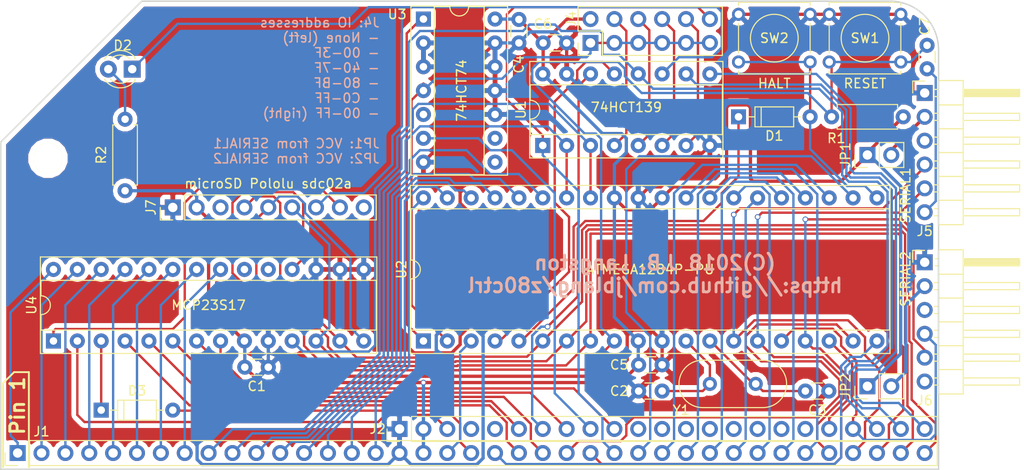
<source format=kicad_pcb>
(kicad_pcb (version 4) (host pcbnew 4.0.7)
  (layers (0 F.Cu signal) (31 B.Cu signal) (34 B.Paste user) (35 F.Paste user) (36 B.SilkS user) (37 F.SilkS user) (38 B.Mask user) (39 F.Mask user) (44 Edge.Cuts user))
  (net 0 "")
  (net 1 GND)
  (net 2 VCC)
  (net 3 A15)
  (net 4 A14)
  (net 5 A13)
  (net 6 A12)
  (net 7 A11)
  (net 8 A10)
  (net 9 A9)
  (net 10 A8)
  (net 11 A7)
  (net 12 A6)
  (net 13 A5)
  (net 14 A4)
  (net 15 A3)
  (net 16 A2)
  (net 17 A1)
  (net 18 A0)
  (net 19 /M1)
  (net 20 /RST)
  (net 21 CLK)
  (net 22 /MREQ)
  (net 23 /WR)
  (net 24 /RD)
  (net 25 /IORQ)
  (net 26 D0)
  (net 27 D1)
  (net 28 D2)
  (net 29 D3)
  (net 30 D4)
  (net 31 D5)
  (net 32 D6)
  (net 33 D7)
  (net 34 TX)
  (net 35 RX)
  (net 36 /RFSH)
  (net 37 /BUSACK)
  (net 38 /HALT)
  (net 39 /BUSREQ)
  (net 40 /WAIT)
  (net 41 /NMI)
  (net 42 "Net-(C2-Pad1)")
  (net 43 /AVRRST)
  (net 44 "Net-(D1-Pad2)")
  (net 45 /INT)
  (net 46 /SDCS)
  (net 47 SCK)
  (net 48 MISO)
  (net 49 MOSI)
  (net 50 /IOACK)
  (net 51 /IOXCS)
  (net 52 "Net-(U3-Pad5)")
  (net 53 TX2)
  (net 54 RX2)
  (net 55 "Net-(J4-Pad8)")
  (net 56 "Net-(J5-Pad3)")
  (net 57 "Net-(J6-Pad3)")
  (net 58 "Net-(J6-Pad6)")
  (net 59 "Net-(C3-Pad1)")
  (net 60 "Net-(C7-Pad1)")
  (net 61 "Net-(J7-Pad3)")
  (net 62 /SDCD)
  (net 63 "Net-(J7-Pad9)")
  (net 64 /AUXCS2)
  (net 65 /AUXCS1)
  (net 66 SPIA0)
  (net 67 SPIA1)
  (net 68 "Net-(U3-Pad8)")
  (net 69 "Net-(U3-Pad9)")
  (net 70 "Net-(U4-Pad19)")
  (net 71 "Net-(J4-Pad4)")
  (net 72 "Net-(J4-Pad6)")
  (net 73 "Net-(J4-Pad10)")
  (net 74 "Net-(J2-Pad11)")
  (net 75 "Net-(J2-Pad12)")
  (net 76 "Net-(J2-Pad13)")
  (net 77 "Net-(J2-Pad14)")
  (net 78 "Net-(J2-Pad15)")
  (net 79 "Net-(J2-Pad16)")
  (net 80 "Net-(J2-Pad17)")
  (net 81 "Net-(J2-Pad18)")
  (net 82 "Net-(D2-Pad2)")
  (net 83 /IORQ2)
  (net 84 "Net-(U4-Pad20)")
  (net 85 "Net-(J5-Pad2)")
  (net 86 "Net-(J6-Pad2)")
  (net 87 "Net-(D3-Pad1)")
  (net 88 "Net-(J2-Pad4)")
  (net 89 "Net-(J2-Pad5)")
  (module Pin_Headers:Pin_Header_Angled_1x06_Pitch2.54mm (layer F.Cu) (at 252.222 131.318)
    (fp_text reference J6 (at 0 14.732 180) (layer F.SilkS))
    (fp_text value SERIAL2 (at -2.032 1.778 90) (layer F.SilkS))
    (pad 1 thru_hole rect (at 0 0) (size 1.7 1.7) (drill 1) (layers *.Cu *.Mask) (net 1 GND))
    (pad 2 thru_hole oval (at 0 2.54) (size 1.7 1.7) (drill 1) (layers *.Cu *.Mask) (net 86 "Net-(J6-Pad2)"))
    (pad 3 thru_hole oval (at 0 5.08) (size 1.7 1.7) (drill 1) (layers *.Cu *.Mask) (net 57 "Net-(J6-Pad3)"))
    (pad 4 thru_hole oval (at 0 7.62) (size 1.7 1.7) (drill 1) (layers *.Cu *.Mask) (net 54 RX2))
    (pad 5 thru_hole oval (at 0 10.16) (size 1.7 1.7) (drill 1) (layers *.Cu *.Mask) (net 53 TX2))
    (pad 6 thru_hole oval (at 0 12.7) (size 1.7 1.7) (drill 1) (layers *.Cu *.Mask) (net 58 "Net-(J6-Pad6)"))
  )
  (module Pin_Headers:Pin_Header_Straight_1x39_Pitch2.54mm (layer F.Cu) (at 155.702 151.638 90)
    (fp_text reference J1 (at 2.286 2.54 180) (layer F.SilkS))
    (fp_text value BUS)
    (pad 1 thru_hole rect (at 0 0 90) (size 1.7 1.7) (drill 1) (layers *.Cu *.Mask) (net 3 A15))
    (pad 2 thru_hole oval (at 0 2.54 90) (size 1.7 1.7) (drill 1) (layers *.Cu *.Mask) (net 4 A14))
    (pad 3 thru_hole oval (at 0 5.08 90) (size 1.7 1.7) (drill 1) (layers *.Cu *.Mask) (net 5 A13))
    (pad 4 thru_hole oval (at 0 7.62 90) (size 1.7 1.7) (drill 1) (layers *.Cu *.Mask) (net 6 A12))
    (pad 5 thru_hole oval (at 0 10.16 90) (size 1.7 1.7) (drill 1) (layers *.Cu *.Mask) (net 7 A11))
    (pad 6 thru_hole oval (at 0 12.7 90) (size 1.7 1.7) (drill 1) (layers *.Cu *.Mask) (net 8 A10))
    (pad 7 thru_hole oval (at 0 15.24 90) (size 1.7 1.7) (drill 1) (layers *.Cu *.Mask) (net 9 A9))
    (pad 8 thru_hole oval (at 0 17.78 90) (size 1.7 1.7) (drill 1) (layers *.Cu *.Mask) (net 10 A8))
    (pad 9 thru_hole oval (at 0 20.32 90) (size 1.7 1.7) (drill 1) (layers *.Cu *.Mask) (net 11 A7))
    (pad 10 thru_hole oval (at 0 22.86 90) (size 1.7 1.7) (drill 1) (layers *.Cu *.Mask) (net 12 A6))
    (pad 11 thru_hole oval (at 0 25.4 90) (size 1.7 1.7) (drill 1) (layers *.Cu *.Mask) (net 13 A5))
    (pad 12 thru_hole oval (at 0 27.94 90) (size 1.7 1.7) (drill 1) (layers *.Cu *.Mask) (net 14 A4))
    (pad 13 thru_hole oval (at 0 30.48 90) (size 1.7 1.7) (drill 1) (layers *.Cu *.Mask) (net 15 A3))
    (pad 14 thru_hole oval (at 0 33.02 90) (size 1.7 1.7) (drill 1) (layers *.Cu *.Mask) (net 16 A2))
    (pad 15 thru_hole oval (at 0 35.56 90) (size 1.7 1.7) (drill 1) (layers *.Cu *.Mask) (net 17 A1))
    (pad 16 thru_hole oval (at 0 38.1 90) (size 1.7 1.7) (drill 1) (layers *.Cu *.Mask) (net 18 A0))
    (pad 17 thru_hole oval (at 0 40.64 90) (size 1.7 1.7) (drill 1) (layers *.Cu *.Mask) (net 1 GND))
    (pad 18 thru_hole oval (at 0 43.18 90) (size 1.7 1.7) (drill 1) (layers *.Cu *.Mask) (net 2 VCC))
    (pad 19 thru_hole oval (at 0 45.72 90) (size 1.7 1.7) (drill 1) (layers *.Cu *.Mask) (net 19 /M1))
    (pad 20 thru_hole oval (at 0 48.26 90) (size 1.7 1.7) (drill 1) (layers *.Cu *.Mask) (net 20 /RST))
    (pad 21 thru_hole oval (at 0 50.8 90) (size 1.7 1.7) (drill 1) (layers *.Cu *.Mask) (net 21 CLK))
    (pad 22 thru_hole oval (at 0 53.34 90) (size 1.7 1.7) (drill 1) (layers *.Cu *.Mask) (net 45 /INT))
    (pad 23 thru_hole oval (at 0 55.88 90) (size 1.7 1.7) (drill 1) (layers *.Cu *.Mask) (net 22 /MREQ))
    (pad 24 thru_hole oval (at 0 58.42 90) (size 1.7 1.7) (drill 1) (layers *.Cu *.Mask) (net 23 /WR))
    (pad 25 thru_hole oval (at 0 60.96 90) (size 1.7 1.7) (drill 1) (layers *.Cu *.Mask) (net 24 /RD))
    (pad 26 thru_hole oval (at 0 63.5 90) (size 1.7 1.7) (drill 1) (layers *.Cu *.Mask) (net 25 /IORQ))
    (pad 27 thru_hole oval (at 0 66.04 90) (size 1.7 1.7) (drill 1) (layers *.Cu *.Mask) (net 26 D0))
    (pad 28 thru_hole oval (at 0 68.58 90) (size 1.7 1.7) (drill 1) (layers *.Cu *.Mask) (net 27 D1))
    (pad 29 thru_hole oval (at 0 71.12 90) (size 1.7 1.7) (drill 1) (layers *.Cu *.Mask) (net 28 D2))
    (pad 30 thru_hole oval (at 0 73.66 90) (size 1.7 1.7) (drill 1) (layers *.Cu *.Mask) (net 29 D3))
    (pad 31 thru_hole oval (at 0 76.2 90) (size 1.7 1.7) (drill 1) (layers *.Cu *.Mask) (net 30 D4))
    (pad 32 thru_hole oval (at 0 78.74 90) (size 1.7 1.7) (drill 1) (layers *.Cu *.Mask) (net 31 D5))
    (pad 33 thru_hole oval (at 0 81.28 90) (size 1.7 1.7) (drill 1) (layers *.Cu *.Mask) (net 32 D6))
    (pad 34 thru_hole oval (at 0 83.82 90) (size 1.7 1.7) (drill 1) (layers *.Cu *.Mask) (net 33 D7))
    (pad 35 thru_hole oval (at 0 86.36 90) (size 1.7 1.7) (drill 1) (layers *.Cu *.Mask) (net 34 TX))
    (pad 36 thru_hole oval (at 0 88.9 90) (size 1.7 1.7) (drill 1) (layers *.Cu *.Mask) (net 35 RX))
    (pad 37 thru_hole oval (at 0 91.44 90) (size 1.7 1.7) (drill 1) (layers *.Cu *.Mask) (net 47 SCK))
    (pad 38 thru_hole oval (at 0 93.98 90) (size 1.7 1.7) (drill 1) (layers *.Cu *.Mask) (net 48 MISO))
    (pad 39 thru_hole oval (at 0 96.52 90) (size 1.7 1.7) (drill 1) (layers *.Cu *.Mask) (net 49 MOSI))
  )
  (module Capacitors_THT:C_Disc_D3.0mm_W1.6mm_P2.50mm (layer F.Cu) (at 221.782 142.24)
    (fp_text reference C5 (at -2.072 0) (layer F.SilkS))
    (fp_text value .1uf)
    (pad 1 thru_hole circle (at 0 0) (size 1.6 1.6) (drill 0.8) (layers *.Cu *.Mask) (net 2 VCC))
    (pad 2 thru_hole circle (at 2.5 0) (size 1.6 1.6) (drill 0.8) (layers *.Cu *.Mask) (net 1 GND))
  )
  (module Mounting_Holes:MountingHole_3.2mm_M3 (layer F.Cu) (at 158.928 120.244)
    (fp_text reference MNT0 hide)
    (fp_text value "" hide)
    (pad "" np_thru_hole circle (at 0 0) (size 3.2 3.2) (drill 3.2) (layers *.Cu *.Mask F.SilkS))
  )
  (module Capacitors_THT:C_Disc_D3.0mm_W1.6mm_P2.50mm (layer F.Cu) (at 179.872 142.494)
    (fp_text reference C1 (at 1.27 2.032) (layer F.SilkS))
    (fp_text value .1uf)
    (pad 1 thru_hole circle (at 0 0) (size 1.6 1.6) (drill 0.8) (layers *.Cu *.Mask) (net 2 VCC))
    (pad 2 thru_hole circle (at 2.5 0) (size 1.6 1.6) (drill 0.8) (layers *.Cu *.Mask) (net 1 GND))
  )
  (module Capacitors_THT:C_Disc_D3.0mm_W1.6mm_P2.50mm (layer F.Cu) (at 224.282 145.034 180)
    (fp_text reference C2 (at 4.572 0 180) (layer F.SilkS))
    (fp_text value 22pf)
    (pad 1 thru_hole circle (at 0 0 180) (size 1.6 1.6) (drill 0.8) (layers *.Cu *.Mask) (net 42 "Net-(C2-Pad1)"))
    (pad 2 thru_hole circle (at 2.5 0 180) (size 1.6 1.6) (drill 0.8) (layers *.Cu *.Mask) (net 1 GND))
  )
  (module Capacitors_THT:C_Disc_D3.0mm_W1.6mm_P2.50mm (layer F.Cu) (at 239.522 145.034)
    (fp_text reference C3 (at 1.27 2.032) (layer F.SilkS))
    (fp_text value 20pf)
    (pad 1 thru_hole circle (at 0 0) (size 1.6 1.6) (drill 0.8) (layers *.Cu *.Mask) (net 59 "Net-(C3-Pad1)"))
    (pad 2 thru_hole circle (at 2.5 0) (size 1.6 1.6) (drill 0.8) (layers *.Cu *.Mask) (net 1 GND))
  )
  (module Capacitors_THT:C_Disc_D3.0mm_W1.6mm_P2.50mm (layer F.Cu) (at 209.042 105.45 270)
    (fp_text reference C4 (at 4.786 0 270) (layer F.SilkS))
    (fp_text value .1uf)
    (pad 1 thru_hole circle (at 0 0 270) (size 1.6 1.6) (drill 0.8) (layers *.Cu *.Mask) (net 2 VCC))
    (pad 2 thru_hole circle (at 2.5 0 270) (size 1.6 1.6) (drill 0.8) (layers *.Cu *.Mask) (net 1 GND))
  )
  (module Capacitors_THT:C_Disc_D3.0mm_W1.6mm_P2.50mm (layer F.Cu) (at 211.622 107.95)
    (fp_text reference C6 (at -0.04 -2.032) (layer F.SilkS))
    (fp_text value .1uf)
    (pad 1 thru_hole circle (at 0 0) (size 1.6 1.6) (drill 0.8) (layers *.Cu *.Mask) (net 2 VCC))
    (pad 2 thru_hole circle (at 2.5 0) (size 1.6 1.6) (drill 0.8) (layers *.Cu *.Mask) (net 1 GND))
  )
  (module Diodes_THT:D_DO-35_SOD27_P7.62mm_Horizontal (layer F.Cu) (at 232.41 115.824)
    (fp_text reference D1 (at 3.81 2.032) (layer F.SilkS))
    (fp_text value 1N4148)
    (pad 1 thru_hole rect (at 0 0) (size 1.6 1.6) (drill 0.8) (layers *.Cu *.Mask) (net 38 /HALT))
    (pad 2 thru_hole oval (at 7.62 0) (size 1.6 1.6) (drill 0.8) (layers *.Cu *.Mask) (net 44 "Net-(D1-Pad2)"))
  )
  (module Resistors_THT:R_Axial_DIN0207_L6.3mm_D2.5mm_P7.62mm_Horizontal (layer F.Cu) (at 249.936 115.824 180)
    (fp_text reference R1 (at 7.112 -2.286 180) (layer F.SilkS))
    (fp_text value 10K)
    (pad 1 thru_hole circle (at 0 0 180) (size 1.6 1.6) (drill 0.8) (layers *.Cu *.Mask) (net 2 VCC))
    (pad 2 thru_hole oval (at 7.62 0 180) (size 1.6 1.6) (drill 0.8) (layers *.Cu *.Mask) (net 43 /AVRRST))
  )
  (module Buttons_Switches_THT:SW_Tactile_Straight_KSA0Axx1LFTR (layer F.Cu) (at 242.062 104.902)
    (fp_text reference SW1 (at 3.81 2.54) (layer F.SilkS))
    (fp_text value RESET (at 3.81 7.366) (layer F.SilkS))
    (pad 1 thru_hole circle (at 7.62 0) (size 1.397 1.397) (drill 0.8128) (layers *.Cu *.Mask) (net 1 GND))
    (pad 2 thru_hole circle (at 7.62 5.08) (size 1.397 1.397) (drill 0.8128) (layers *.Cu *.Mask) (net 43 /AVRRST))
    (pad 1 thru_hole circle (at 0 0) (size 1.397 1.397) (drill 0.8128) (layers *.Cu *.Mask) (net 1 GND))
    (pad 2 thru_hole circle (at 0 5.08) (size 1.397 1.397) (drill 0.8128) (layers *.Cu *.Mask) (net 43 /AVRRST))
  )
  (module Buttons_Switches_THT:SW_Tactile_Straight_KSA0Axx1LFTR (layer F.Cu) (at 240.03 109.982 180)
    (fp_text reference SW2 (at 3.81 2.54 180) (layer F.SilkS))
    (fp_text value HALT (at 3.81 -2.286 180) (layer F.SilkS))
    (pad 1 thru_hole circle (at 7.62 0 180) (size 1.397 1.397) (drill 0.8128) (layers *.Cu *.Mask) (net 44 "Net-(D1-Pad2)"))
    (pad 2 thru_hole circle (at 7.62 5.08 180) (size 1.397 1.397) (drill 0.8128) (layers *.Cu *.Mask) (net 1 GND))
    (pad 1 thru_hole circle (at 0 0 180) (size 1.397 1.397) (drill 0.8128) (layers *.Cu *.Mask) (net 44 "Net-(D1-Pad2)"))
    (pad 2 thru_hole circle (at 0 5.08 180) (size 1.397 1.397) (drill 0.8128) (layers *.Cu *.Mask) (net 1 GND))
  )
  (module Crystals:Crystal_HC49-4H_Vertical (layer F.Cu) (at 229.362 144.272)
    (fp_text reference Y1 (at -3.048 2.794) (layer F.SilkS))
    (fp_text value 20MHz)
    (pad 1 thru_hole circle (at 0 0) (size 1.5 1.5) (drill 0.8) (layers *.Cu *.Mask) (net 42 "Net-(C2-Pad1)"))
    (pad 2 thru_hole circle (at 4.88 0) (size 1.5 1.5) (drill 0.8) (layers *.Cu *.Mask) (net 59 "Net-(C3-Pad1)"))
  )
  (module Capacitors_THT:C_Disc_D3.0mm_W1.6mm_P2.50mm (layer F.Cu) (at 252.476 110.704 90)
    (fp_text reference C7 (at 4.532 -0.254 90) (layer F.SilkS))
    (fp_text value .1uf)
    (pad 1 thru_hole circle (at 0 0 90) (size 1.6 1.6) (drill 0.8) (layers *.Cu *.Mask) (net 60 "Net-(C7-Pad1)"))
    (pad 2 thru_hole circle (at 2.5 0 90) (size 1.6 1.6) (drill 0.8) (layers *.Cu *.Mask) (net 43 /AVRRST))
  )
  (module LEDs:LED_D3.0mm (layer F.Cu) (at 167.894 110.744 180)
    (fp_text reference D2 (at 1.016 2.54 180) (layer F.SilkS))
    (fp_text value LED)
    (pad 1 thru_hole rect (at 0 0 180) (size 1.8 1.8) (drill 0.9) (layers *.Cu *.Mask) (net 46 /SDCS))
    (pad 2 thru_hole circle (at 2.54 0 180) (size 1.8 1.8) (drill 0.9) (layers *.Cu *.Mask) (net 82 "Net-(D2-Pad2)"))
  )
  (module Pin_Headers:Pin_Header_Angled_1x06_Pitch2.54mm (layer F.Cu) (at 252.222 113.284)
    (fp_text reference J5 (at 0 14.732 180) (layer F.SilkS))
    (fp_text value SERIAL1 (at -2.032 10.922 90) (layer F.SilkS))
    (pad 1 thru_hole rect (at 0 0) (size 1.7 1.7) (drill 1) (layers *.Cu *.Mask) (net 1 GND))
    (pad 2 thru_hole oval (at 0 2.54) (size 1.7 1.7) (drill 1) (layers *.Cu *.Mask) (net 85 "Net-(J5-Pad2)"))
    (pad 3 thru_hole oval (at 0 5.08) (size 1.7 1.7) (drill 1) (layers *.Cu *.Mask) (net 56 "Net-(J5-Pad3)"))
    (pad 4 thru_hole oval (at 0 7.62) (size 1.7 1.7) (drill 1) (layers *.Cu *.Mask) (net 35 RX))
    (pad 5 thru_hole oval (at 0 10.16) (size 1.7 1.7) (drill 1) (layers *.Cu *.Mask) (net 34 TX))
    (pad 6 thru_hole oval (at 0 12.7) (size 1.7 1.7) (drill 1) (layers *.Cu *.Mask) (net 60 "Net-(C7-Pad1)"))
  )
  (module Pin_Headers:Pin_Header_Straight_1x23_Pitch2.54mm (layer F.Cu) (at 196.342 149.073 90)
    (fp_text reference J2 (at 0 -2.33 180) (layer F.SilkS))
    (fp_text value BUSEXT)
    (pad 1 thru_hole rect (at 0 0 90) (size 1.7 1.7) (drill 1) (layers *.Cu *.Mask) (net 1 GND))
    (pad 2 thru_hole oval (at 0 2.54 90) (size 1.7 1.7) (drill 1) (layers *.Cu *.Mask) (net 2 VCC))
    (pad 3 thru_hole oval (at 0 5.08 90) (size 1.7 1.7) (drill 1) (layers *.Cu *.Mask) (net 36 /RFSH))
    (pad 4 thru_hole oval (at 0 7.62 90) (size 1.7 1.7) (drill 1) (layers *.Cu *.Mask) (net 88 "Net-(J2-Pad4)"))
    (pad 5 thru_hole oval (at 0 10.16 90) (size 1.7 1.7) (drill 1) (layers *.Cu *.Mask) (net 89 "Net-(J2-Pad5)"))
    (pad 6 thru_hole oval (at 0 12.7 90) (size 1.7 1.7) (drill 1) (layers *.Cu *.Mask) (net 37 /BUSACK))
    (pad 7 thru_hole oval (at 0 15.24 90) (size 1.7 1.7) (drill 1) (layers *.Cu *.Mask) (net 38 /HALT))
    (pad 8 thru_hole oval (at 0 17.78 90) (size 1.7 1.7) (drill 1) (layers *.Cu *.Mask) (net 39 /BUSREQ))
    (pad 9 thru_hole oval (at 0 20.32 90) (size 1.7 1.7) (drill 1) (layers *.Cu *.Mask) (net 40 /WAIT))
    (pad 10 thru_hole oval (at 0 22.86 90) (size 1.7 1.7) (drill 1) (layers *.Cu *.Mask) (net 41 /NMI))
    (pad 11 thru_hole oval (at 0 25.4 90) (size 1.7 1.7) (drill 1) (layers *.Cu *.Mask) (net 74 "Net-(J2-Pad11)"))
    (pad 12 thru_hole oval (at 0 27.94 90) (size 1.7 1.7) (drill 1) (layers *.Cu *.Mask) (net 75 "Net-(J2-Pad12)"))
    (pad 13 thru_hole oval (at 0 30.48 90) (size 1.7 1.7) (drill 1) (layers *.Cu *.Mask) (net 76 "Net-(J2-Pad13)"))
    (pad 14 thru_hole oval (at 0 33.02 90) (size 1.7 1.7) (drill 1) (layers *.Cu *.Mask) (net 77 "Net-(J2-Pad14)"))
    (pad 15 thru_hole oval (at 0 35.56 90) (size 1.7 1.7) (drill 1) (layers *.Cu *.Mask) (net 78 "Net-(J2-Pad15)"))
    (pad 16 thru_hole oval (at 0 38.1 90) (size 1.7 1.7) (drill 1) (layers *.Cu *.Mask) (net 79 "Net-(J2-Pad16)"))
    (pad 17 thru_hole oval (at 0 40.64 90) (size 1.7 1.7) (drill 1) (layers *.Cu *.Mask) (net 80 "Net-(J2-Pad17)"))
    (pad 18 thru_hole oval (at 0 43.18 90) (size 1.7 1.7) (drill 1) (layers *.Cu *.Mask) (net 81 "Net-(J2-Pad18)"))
    (pad 19 thru_hole oval (at 0 45.72 90) (size 1.7 1.7) (drill 1) (layers *.Cu *.Mask) (net 53 TX2))
    (pad 20 thru_hole oval (at 0 48.26 90) (size 1.7 1.7) (drill 1) (layers *.Cu *.Mask) (net 54 RX2))
    (pad 21 thru_hole oval (at 0 50.8 90) (size 1.7 1.7) (drill 1) (layers *.Cu *.Mask) (net 51 /IOXCS))
    (pad 22 thru_hole oval (at 0 53.34 90) (size 1.7 1.7) (drill 1) (layers *.Cu *.Mask) (net 65 /AUXCS1))
    (pad 23 thru_hole oval (at 0 55.88 90) (size 1.7 1.7) (drill 1) (layers *.Cu *.Mask) (net 64 /AUXCS2))
  )
  (module Pin_Headers:Pin_Header_Straight_2x06_Pitch2.54mm (layer F.Cu) (at 216.662 107.95 90)
    (fp_text reference J4 (at 2.54 -2.032 90) (layer F.SilkS))
    (fp_text value IOADDR)
    (pad 1 thru_hole rect (at 0 0 90) (size 1.7 1.7) (drill 1) (layers *.Cu *.Mask) (net 83 /IORQ2))
    (pad 2 thru_hole oval (at 2.54 0 90) (size 1.7 1.7) (drill 1) (layers *.Cu *.Mask) (net 2 VCC))
    (pad 3 thru_hole oval (at 0 2.54 90) (size 1.7 1.7) (drill 1) (layers *.Cu *.Mask) (net 83 /IORQ2))
    (pad 4 thru_hole oval (at 2.54 2.54 90) (size 1.7 1.7) (drill 1) (layers *.Cu *.Mask) (net 71 "Net-(J4-Pad4)"))
    (pad 5 thru_hole oval (at 0 5.08 90) (size 1.7 1.7) (drill 1) (layers *.Cu *.Mask) (net 83 /IORQ2))
    (pad 6 thru_hole oval (at 2.54 5.08 90) (size 1.7 1.7) (drill 1) (layers *.Cu *.Mask) (net 72 "Net-(J4-Pad6)"))
    (pad 7 thru_hole oval (at 0 7.62 90) (size 1.7 1.7) (drill 1) (layers *.Cu *.Mask) (net 83 /IORQ2))
    (pad 8 thru_hole oval (at 2.54 7.62 90) (size 1.7 1.7) (drill 1) (layers *.Cu *.Mask) (net 55 "Net-(J4-Pad8)"))
    (pad 9 thru_hole oval (at 0 10.16 90) (size 1.7 1.7) (drill 1) (layers *.Cu *.Mask) (net 83 /IORQ2))
    (pad 10 thru_hole oval (at 2.54 10.16 90) (size 1.7 1.7) (drill 1) (layers *.Cu *.Mask) (net 73 "Net-(J4-Pad10)"))
    (pad 11 thru_hole oval (at 0 12.7 90) (size 1.7 1.7) (drill 1) (layers *.Cu *.Mask) (net 83 /IORQ2))
    (pad 12 thru_hole oval (at 2.54 12.7 90) (size 1.7 1.7) (drill 1) (layers *.Cu *.Mask) (net 25 /IORQ))
  )
  (module Resistors_THT:R_Axial_DIN0207_L6.3mm_D2.5mm_P7.62mm_Horizontal (layer F.Cu) (at 167.132 116.078 270)
    (fp_text reference R2 (at 3.81 2.54 270) (layer F.SilkS))
    (fp_text value 220)
    (pad 1 thru_hole circle (at 0 0 270) (size 1.6 1.6) (drill 0.8) (layers *.Cu *.Mask) (net 82 "Net-(D2-Pad2)"))
    (pad 2 thru_hole oval (at 7.62 0 270) (size 1.6 1.6) (drill 0.8) (layers *.Cu *.Mask) (net 2 VCC))
  )
  (module custom:microSD_Breakout_VR_LS (layer F.Cu) (at 172.212 125.476 90)
    (fp_text reference J7 (at 0 -2.33 90) (layer F.SilkS))
    (fp_text value SD)
    (pad 1 thru_hole rect (at 0 0 90) (size 1.7 1.7) (drill 1) (layers *.Cu *.Mask) (net 1 GND))
    (pad 2 thru_hole oval (at 0 2.54 90) (size 1.7 1.7) (drill 1) (layers *.Cu *.Mask) (net 2 VCC))
    (pad 3 thru_hole oval (at 0 5.08 90) (size 1.7 1.7) (drill 1) (layers *.Cu *.Mask) (net 61 "Net-(J7-Pad3)"))
    (pad 4 thru_hole oval (at 0 7.62 90) (size 1.7 1.7) (drill 1) (layers *.Cu *.Mask) (net 49 MOSI))
    (pad 5 thru_hole oval (at 0 10.16 90) (size 1.7 1.7) (drill 1) (layers *.Cu *.Mask) (net 48 MISO))
    (pad 6 thru_hole oval (at 0 12.7 90) (size 1.7 1.7) (drill 1) (layers *.Cu *.Mask) (net 47 SCK))
    (pad 7 thru_hole oval (at 0 15.24 90) (size 1.7 1.7) (drill 1) (layers *.Cu *.Mask) (net 46 /SDCS))
    (pad 8 thru_hole oval (at 0 17.78 90) (size 1.7 1.7) (drill 1) (layers *.Cu *.Mask) (net 62 /SDCD))
    (pad 9 thru_hole oval (at 0 20.32 90) (size 1.7 1.7) (drill 1) (layers *.Cu *.Mask) (net 63 "Net-(J7-Pad9)"))
  )
  (module Pin_Headers:Pin_Header_Straight_1x02_Pitch2.54mm (layer F.Cu) (at 246.126 119.888 90)
    (fp_text reference JP1 (at 0 -2.33 90) (layer F.SilkS))
    (fp_text value Jumper)
    (pad 1 thru_hole rect (at 0 0 90) (size 1.7 1.7) (drill 1) (layers *.Cu *.Mask) (net 2 VCC))
    (pad 2 thru_hole oval (at 0 2.54 90) (size 1.7 1.7) (drill 1) (layers *.Cu *.Mask) (net 85 "Net-(J5-Pad2)"))
  )
  (module Pin_Headers:Pin_Header_Straight_1x02_Pitch2.54mm (layer F.Cu) (at 246.126 144.526 90)
    (fp_text reference JP2 (at 0 -2.33 90) (layer F.SilkS))
    (fp_text value Jumper)
    (pad 1 thru_hole rect (at 0 0 90) (size 1.7 1.7) (drill 1) (layers *.Cu *.Mask) (net 2 VCC))
    (pad 2 thru_hole oval (at 0 2.54 90) (size 1.7 1.7) (drill 1) (layers *.Cu *.Mask) (net 86 "Net-(J6-Pad2)"))
  )
  (module Housings_DIP:DIP-16_W7.62mm_Socket (layer F.Cu) (at 211.582 118.872 90)
    (fp_text reference U1 (at 3.81 -2.33 90) (layer F.SilkS))
    (fp_text value 74HCT139 (at 4.064 8.89 180) (layer F.SilkS))
    (pad 1 thru_hole rect (at 0 0 90) (size 1.6 1.6) (drill 0.8) (layers *.Cu *.Mask) (net 25 /IORQ))
    (pad 9 thru_hole oval (at 7.62 17.78 90) (size 1.6 1.6) (drill 0.8) (layers *.Cu *.Mask) (net 64 /AUXCS2))
    (pad 2 thru_hole oval (at 0 2.54 90) (size 1.6 1.6) (drill 0.8) (layers *.Cu *.Mask) (net 12 A6))
    (pad 10 thru_hole oval (at 7.62 15.24 90) (size 1.6 1.6) (drill 0.8) (layers *.Cu *.Mask) (net 65 /AUXCS1))
    (pad 3 thru_hole oval (at 0 5.08 90) (size 1.6 1.6) (drill 0.8) (layers *.Cu *.Mask) (net 11 A7))
    (pad 11 thru_hole oval (at 7.62 12.7 90) (size 1.6 1.6) (drill 0.8) (layers *.Cu *.Mask) (net 46 /SDCS))
    (pad 4 thru_hole oval (at 0 7.62 90) (size 1.6 1.6) (drill 0.8) (layers *.Cu *.Mask) (net 71 "Net-(J4-Pad4)"))
    (pad 12 thru_hole oval (at 7.62 10.16 90) (size 1.6 1.6) (drill 0.8) (layers *.Cu *.Mask) (net 51 /IOXCS))
    (pad 5 thru_hole oval (at 0 10.16 90) (size 1.6 1.6) (drill 0.8) (layers *.Cu *.Mask) (net 72 "Net-(J4-Pad6)"))
    (pad 13 thru_hole oval (at 7.62 7.62 90) (size 1.6 1.6) (drill 0.8) (layers *.Cu *.Mask) (net 66 SPIA0))
    (pad 6 thru_hole oval (at 0 12.7 90) (size 1.6 1.6) (drill 0.8) (layers *.Cu *.Mask) (net 55 "Net-(J4-Pad8)"))
    (pad 14 thru_hole oval (at 7.62 5.08 90) (size 1.6 1.6) (drill 0.8) (layers *.Cu *.Mask) (net 67 SPIA1))
    (pad 7 thru_hole oval (at 0 15.24 90) (size 1.6 1.6) (drill 0.8) (layers *.Cu *.Mask) (net 73 "Net-(J4-Pad10)"))
    (pad 15 thru_hole oval (at 7.62 2.54 90) (size 1.6 1.6) (drill 0.8) (layers *.Cu *.Mask) (net 1 GND))
    (pad 8 thru_hole oval (at 0 17.78 90) (size 1.6 1.6) (drill 0.8) (layers *.Cu *.Mask) (net 1 GND))
    (pad 16 thru_hole oval (at 7.62 0 90) (size 1.6 1.6) (drill 0.8) (layers *.Cu *.Mask) (net 2 VCC))
  )
  (module Housings_DIP:DIP-40_W15.24mm_Socket (layer F.Cu) (at 198.882 139.7 90)
    (fp_text reference U2 (at 7.62 -2.33 90) (layer F.SilkS))
    (fp_text value ATMEGA1284P-PU (at 7.62 24.13 180) (layer F.SilkS))
    (pad 1 thru_hole rect (at 0 0 90) (size 1.6 1.6) (drill 0.8) (layers *.Cu *.Mask) (net 50 /IOACK))
    (pad 21 thru_hole oval (at 15.24 48.26 90) (size 1.6 1.6) (drill 0.8) (layers *.Cu *.Mask) (net 44 "Net-(D1-Pad2)"))
    (pad 2 thru_hole oval (at 0 2.54 90) (size 1.6 1.6) (drill 0.8) (layers *.Cu *.Mask) (net 83 /IORQ2))
    (pad 22 thru_hole oval (at 15.24 45.72 90) (size 1.6 1.6) (drill 0.8) (layers *.Cu *.Mask) (net 26 D0))
    (pad 3 thru_hole oval (at 0 5.08 90) (size 1.6 1.6) (drill 0.8) (layers *.Cu *.Mask) (net 19 /M1))
    (pad 23 thru_hole oval (at 15.24 43.18 90) (size 1.6 1.6) (drill 0.8) (layers *.Cu *.Mask) (net 27 D1))
    (pad 4 thru_hole oval (at 0 7.62 90) (size 1.6 1.6) (drill 0.8) (layers *.Cu *.Mask) (net 66 SPIA0))
    (pad 24 thru_hole oval (at 15.24 40.64 90) (size 1.6 1.6) (drill 0.8) (layers *.Cu *.Mask) (net 28 D2))
    (pad 5 thru_hole oval (at 0 10.16 90) (size 1.6 1.6) (drill 0.8) (layers *.Cu *.Mask) (net 67 SPIA1))
    (pad 25 thru_hole oval (at 15.24 38.1 90) (size 1.6 1.6) (drill 0.8) (layers *.Cu *.Mask) (net 29 D3))
    (pad 6 thru_hole oval (at 0 12.7 90) (size 1.6 1.6) (drill 0.8) (layers *.Cu *.Mask) (net 49 MOSI))
    (pad 26 thru_hole oval (at 15.24 35.56 90) (size 1.6 1.6) (drill 0.8) (layers *.Cu *.Mask) (net 30 D4))
    (pad 7 thru_hole oval (at 0 15.24 90) (size 1.6 1.6) (drill 0.8) (layers *.Cu *.Mask) (net 48 MISO))
    (pad 27 thru_hole oval (at 15.24 33.02 90) (size 1.6 1.6) (drill 0.8) (layers *.Cu *.Mask) (net 31 D5))
    (pad 8 thru_hole oval (at 0 17.78 90) (size 1.6 1.6) (drill 0.8) (layers *.Cu *.Mask) (net 47 SCK))
    (pad 28 thru_hole oval (at 15.24 30.48 90) (size 1.6 1.6) (drill 0.8) (layers *.Cu *.Mask) (net 32 D6))
    (pad 9 thru_hole oval (at 0 20.32 90) (size 1.6 1.6) (drill 0.8) (layers *.Cu *.Mask) (net 43 /AVRRST))
    (pad 29 thru_hole oval (at 15.24 27.94 90) (size 1.6 1.6) (drill 0.8) (layers *.Cu *.Mask) (net 33 D7))
    (pad 10 thru_hole oval (at 0 22.86 90) (size 1.6 1.6) (drill 0.8) (layers *.Cu *.Mask) (net 2 VCC))
    (pad 30 thru_hole oval (at 15.24 25.4 90) (size 1.6 1.6) (drill 0.8) (layers *.Cu *.Mask) (net 2 VCC))
    (pad 11 thru_hole oval (at 0 25.4 90) (size 1.6 1.6) (drill 0.8) (layers *.Cu *.Mask) (net 1 GND))
    (pad 31 thru_hole oval (at 15.24 22.86 90) (size 1.6 1.6) (drill 0.8) (layers *.Cu *.Mask) (net 1 GND))
    (pad 12 thru_hole oval (at 0 27.94 90) (size 1.6 1.6) (drill 0.8) (layers *.Cu *.Mask) (net 42 "Net-(C2-Pad1)"))
    (pad 32 thru_hole oval (at 15.24 20.32 90) (size 1.6 1.6) (drill 0.8) (layers *.Cu *.Mask) (net 2 VCC))
    (pad 13 thru_hole oval (at 0 30.48 90) (size 1.6 1.6) (drill 0.8) (layers *.Cu *.Mask) (net 59 "Net-(C3-Pad1)"))
    (pad 33 thru_hole oval (at 15.24 17.78 90) (size 1.6 1.6) (drill 0.8) (layers *.Cu *.Mask) (net 11 A7))
    (pad 14 thru_hole oval (at 0 33.02 90) (size 1.6 1.6) (drill 0.8) (layers *.Cu *.Mask) (net 35 RX))
    (pad 34 thru_hole oval (at 15.24 15.24 90) (size 1.6 1.6) (drill 0.8) (layers *.Cu *.Mask) (net 12 A6))
    (pad 15 thru_hole oval (at 0 35.56 90) (size 1.6 1.6) (drill 0.8) (layers *.Cu *.Mask) (net 34 TX))
    (pad 35 thru_hole oval (at 15.24 12.7 90) (size 1.6 1.6) (drill 0.8) (layers *.Cu *.Mask) (net 13 A5))
    (pad 16 thru_hole oval (at 0 38.1 90) (size 1.6 1.6) (drill 0.8) (layers *.Cu *.Mask) (net 54 RX2))
    (pad 36 thru_hole oval (at 15.24 10.16 90) (size 1.6 1.6) (drill 0.8) (layers *.Cu *.Mask) (net 14 A4))
    (pad 17 thru_hole oval (at 0 40.64 90) (size 1.6 1.6) (drill 0.8) (layers *.Cu *.Mask) (net 53 TX2))
    (pad 37 thru_hole oval (at 15.24 7.62 90) (size 1.6 1.6) (drill 0.8) (layers *.Cu *.Mask) (net 15 A3))
    (pad 18 thru_hole oval (at 0 43.18 90) (size 1.6 1.6) (drill 0.8) (layers *.Cu *.Mask) (net 24 /RD))
    (pad 38 thru_hole oval (at 15.24 5.08 90) (size 1.6 1.6) (drill 0.8) (layers *.Cu *.Mask) (net 16 A2))
    (pad 19 thru_hole oval (at 0 45.72 90) (size 1.6 1.6) (drill 0.8) (layers *.Cu *.Mask) (net 23 /WR))
    (pad 39 thru_hole oval (at 15.24 2.54 90) (size 1.6 1.6) (drill 0.8) (layers *.Cu *.Mask) (net 17 A1))
    (pad 20 thru_hole oval (at 0 48.26 90) (size 1.6 1.6) (drill 0.8) (layers *.Cu *.Mask) (net 21 CLK))
    (pad 40 thru_hole oval (at 15.24 0 90) (size 1.6 1.6) (drill 0.8) (layers *.Cu *.Mask) (net 18 A0))
  )
  (module Housings_DIP:DIP-14_W7.62mm_Socket (layer F.Cu) (at 198.882 105.41)
    (fp_text reference U3 (at -2.794 -0.508) (layer F.SilkS))
    (fp_text value 74HCT74 (at 4.064 7.62 90) (layer F.SilkS))
    (pad 1 thru_hole rect (at 0 0) (size 1.6 1.6) (drill 0.8) (layers *.Cu *.Mask) (net 50 /IOACK))
    (pad 8 thru_hole oval (at 7.62 15.24) (size 1.6 1.6) (drill 0.8) (layers *.Cu *.Mask) (net 68 "Net-(U3-Pad8)"))
    (pad 2 thru_hole oval (at 0 2.54) (size 1.6 1.6) (drill 0.8) (layers *.Cu *.Mask) (net 1 GND))
    (pad 9 thru_hole oval (at 7.62 12.7) (size 1.6 1.6) (drill 0.8) (layers *.Cu *.Mask) (net 69 "Net-(U3-Pad9)"))
    (pad 3 thru_hole oval (at 0 5.08) (size 1.6 1.6) (drill 0.8) (layers *.Cu *.Mask) (net 1 GND))
    (pad 10 thru_hole oval (at 7.62 10.16) (size 1.6 1.6) (drill 0.8) (layers *.Cu *.Mask) (net 1 GND))
    (pad 4 thru_hole oval (at 0 7.62) (size 1.6 1.6) (drill 0.8) (layers *.Cu *.Mask) (net 83 /IORQ2))
    (pad 11 thru_hole oval (at 7.62 7.62) (size 1.6 1.6) (drill 0.8) (layers *.Cu *.Mask) (net 1 GND))
    (pad 5 thru_hole oval (at 0 10.16) (size 1.6 1.6) (drill 0.8) (layers *.Cu *.Mask) (net 52 "Net-(U3-Pad5)"))
    (pad 12 thru_hole oval (at 7.62 5.08) (size 1.6 1.6) (drill 0.8) (layers *.Cu *.Mask) (net 1 GND))
    (pad 6 thru_hole oval (at 0 12.7) (size 1.6 1.6) (drill 0.8) (layers *.Cu *.Mask) (net 40 /WAIT))
    (pad 13 thru_hole oval (at 7.62 2.54) (size 1.6 1.6) (drill 0.8) (layers *.Cu *.Mask) (net 1 GND))
    (pad 7 thru_hole oval (at 0 15.24) (size 1.6 1.6) (drill 0.8) (layers *.Cu *.Mask) (net 1 GND))
    (pad 14 thru_hole oval (at 7.62 0) (size 1.6 1.6) (drill 0.8) (layers *.Cu *.Mask) (net 2 VCC))
  )
  (module Housings_DIP:DIP-28_W7.62mm_Socket (layer F.Cu) (at 159.512 139.7 90)
    (fp_text reference U4 (at 3.81 -2.33 90) (layer F.SilkS))
    (fp_text value MCP23S17 (at 3.81 16.51 180) (layer F.SilkS))
    (pad 1 thru_hole rect (at 0 0 90) (size 1.6 1.6) (drill 0.8) (layers *.Cu *.Mask) (net 62 /SDCD))
    (pad 15 thru_hole oval (at 7.62 33.02 90) (size 1.6 1.6) (drill 0.8) (layers *.Cu *.Mask) (net 1 GND))
    (pad 2 thru_hole oval (at 0 2.54 90) (size 1.6 1.6) (drill 0.8) (layers *.Cu *.Mask) (net 36 /RFSH))
    (pad 16 thru_hole oval (at 7.62 30.48 90) (size 1.6 1.6) (drill 0.8) (layers *.Cu *.Mask) (net 1 GND))
    (pad 3 thru_hole oval (at 0 5.08 90) (size 1.6 1.6) (drill 0.8) (layers *.Cu *.Mask) (net 87 "Net-(D3-Pad1)"))
    (pad 17 thru_hole oval (at 7.62 27.94 90) (size 1.6 1.6) (drill 0.8) (layers *.Cu *.Mask) (net 1 GND))
    (pad 4 thru_hole oval (at 0 7.62 90) (size 1.6 1.6) (drill 0.8) (layers *.Cu *.Mask) (net 45 /INT))
    (pad 18 thru_hole oval (at 7.62 25.4 90) (size 1.6 1.6) (drill 0.8) (layers *.Cu *.Mask) (net 43 /AVRRST))
    (pad 5 thru_hole oval (at 0 10.16 90) (size 1.6 1.6) (drill 0.8) (layers *.Cu *.Mask) (net 37 /BUSACK))
    (pad 19 thru_hole oval (at 7.62 22.86 90) (size 1.6 1.6) (drill 0.8) (layers *.Cu *.Mask) (net 70 "Net-(U4-Pad19)"))
    (pad 6 thru_hole oval (at 0 12.7 90) (size 1.6 1.6) (drill 0.8) (layers *.Cu *.Mask) (net 22 /MREQ))
    (pad 20 thru_hole oval (at 7.62 20.32 90) (size 1.6 1.6) (drill 0.8) (layers *.Cu *.Mask) (net 84 "Net-(U4-Pad20)"))
    (pad 7 thru_hole oval (at 0 15.24 90) (size 1.6 1.6) (drill 0.8) (layers *.Cu *.Mask) (net 39 /BUSREQ))
    (pad 21 thru_hole oval (at 7.62 17.78 90) (size 1.6 1.6) (drill 0.8) (layers *.Cu *.Mask) (net 10 A8))
    (pad 8 thru_hole oval (at 0 17.78 90) (size 1.6 1.6) (drill 0.8) (layers *.Cu *.Mask) (net 41 /NMI))
    (pad 22 thru_hole oval (at 7.62 15.24 90) (size 1.6 1.6) (drill 0.8) (layers *.Cu *.Mask) (net 9 A9))
    (pad 9 thru_hole oval (at 0 20.32 90) (size 1.6 1.6) (drill 0.8) (layers *.Cu *.Mask) (net 2 VCC))
    (pad 23 thru_hole oval (at 7.62 12.7 90) (size 1.6 1.6) (drill 0.8) (layers *.Cu *.Mask) (net 8 A10))
    (pad 10 thru_hole oval (at 0 22.86 90) (size 1.6 1.6) (drill 0.8) (layers *.Cu *.Mask) (net 1 GND))
    (pad 24 thru_hole oval (at 7.62 10.16 90) (size 1.6 1.6) (drill 0.8) (layers *.Cu *.Mask) (net 7 A11))
    (pad 11 thru_hole oval (at 0 25.4 90) (size 1.6 1.6) (drill 0.8) (layers *.Cu *.Mask) (net 51 /IOXCS))
    (pad 25 thru_hole oval (at 7.62 7.62 90) (size 1.6 1.6) (drill 0.8) (layers *.Cu *.Mask) (net 6 A12))
    (pad 12 thru_hole oval (at 0 27.94 90) (size 1.6 1.6) (drill 0.8) (layers *.Cu *.Mask) (net 47 SCK))
    (pad 26 thru_hole oval (at 7.62 5.08 90) (size 1.6 1.6) (drill 0.8) (layers *.Cu *.Mask) (net 5 A13))
    (pad 13 thru_hole oval (at 0 30.48 90) (size 1.6 1.6) (drill 0.8) (layers *.Cu *.Mask) (net 49 MOSI))
    (pad 27 thru_hole oval (at 7.62 2.54 90) (size 1.6 1.6) (drill 0.8) (layers *.Cu *.Mask) (net 4 A14))
    (pad 14 thru_hole oval (at 0 33.02 90) (size 1.6 1.6) (drill 0.8) (layers *.Cu *.Mask) (net 48 MISO))
    (pad 28 thru_hole oval (at 7.62 0 90) (size 1.6 1.6) (drill 0.8) (layers *.Cu *.Mask) (net 3 A15))
  )
  (module Diodes_THT:D_DO-35_SOD27_P7.62mm_Horizontal (layer F.Cu) (at 164.592 147.066)
    (fp_text reference D3 (at 3.81 -2.06) (layer F.SilkS))
    (fp_text value 1N4148)
    (pad 1 thru_hole rect (at 0 0) (size 1.6 1.6) (drill 0.8) (layers *.Cu *.Mask) (net 87 "Net-(D3-Pad1)"))
    (pad 2 thru_hole oval (at 7.62 0) (size 1.6 1.6) (drill 0.8) (layers *.Cu *.Mask) (net 20 /RST))
  )
  (gr_text "microSD Pololu sdc02a" (at 182.372 122.936) (layer F.SilkS) (effects (font (size 1 1))))
  (gr_text "J4: IO addresses\n- None (left)\n- 00-3F\n- 40-7F\n- 80-BF\n- C0-FF\n- 00-FF (right)\n\nJP1: VCC from SERIAL1\nJP2: VCC from SERIAL2" (at 194.31 113.03) (layer B.SilkS) (effects (font (size 1 1)) (justify left mirror)))
  (gr_text "(C)2018 J.B. Langston\nhttps://github.com/jblang/z80ctrl" (at 223.52 132.588) (layer B.SilkS) (effects (font (size 1.5 1.5) (thickness 0.3)) (justify mirror)))
  (gr_line (start 156.8958 143.01978) (end 156.8958 153.13152) (angle 90) (layer F.SilkS) (width 0.2))
  (gr_line (start 155.32608 143.01978) (end 156.8958 143.01978) (angle 90) (layer F.SilkS) (width 0.2))
  (gr_line (start 154.14498 153.13152) (end 154.14498 144.20088) (angle 90) (layer F.SilkS) (width 0.2))
  (gr_line (start 154.14498 144.20088) (end 155.32608 143.01978) (angle 90) (layer F.SilkS) (width 0.2))
  (gr_text "Pin 1" (at 155.68168 146.60118 90) (layer F.SilkS) (effects (font (size 1.5 1.5) (thickness 0.3))))
  (gr_line (start 156.8958 153.13152) (end 156.93136 153.13152) (angle 90) (layer F.SilkS) (width 0.2))
  (gr_arc (start 248.5166 108.685) (end 248.5168 103.505) (angle 90) (layer Edge.Cuts) (width 0.15))
  (gr_line (start 168.91 103.505) (end 153.8986 118.5164) (angle 90) (layer Edge.Cuts) (width 0.15))
  (gr_line (start 253.6986 108.685) (end 253.6986 153.3652) (angle 90) (layer Edge.Cuts) (width 0.15))
  (gr_line (start 248.5168 103.505) (end 168.91 103.505) (angle 90) (layer Edge.Cuts) (width 0.15))
  (gr_line (start 153.8986 118.5164) (end 153.8986 153.3652) (angle 90) (layer Edge.Cuts) (width 0.15))
  (gr_line (start 153.8986 153.3652) (end 253.6986 153.3652) (angle 90) (layer Edge.Cuts) (width 0.15))
  (segment (start 223.106999 138.524999) (end 223.482001 138.900001) (width 0.35) (layer F.Cu) (net 1))
  (segment (start 221.177999 138.524999) (end 223.106999 138.524999) (width 0.35) (layer F.Cu) (net 1))
  (segment (start 203.962 137.922) (end 205.232 139.192) (width 0.35) (layer B.Cu) (net 1))
  (segment (start 220.566999 141.715999) (end 220.566999 139.135999) (width 0.35) (layer F.Cu) (net 1))
  (segment (start 223.482001 138.900001) (end 224.282 139.7) (width 0.35) (layer F.Cu) (net 1))
  (segment (start 218.825053 143.457945) (end 220.566999 141.715999) (width 0.35) (layer F.Cu) (net 1))
  (segment (start 183.335945 143.457945) (end 218.825053 143.457945) (width 0.35) (layer F.Cu) (net 1))
  (segment (start 197.567001 152.863001) (end 197.191999 152.487999) (width 0.35) (layer B.Cu) (net 1))
  (segment (start 197.191999 152.487999) (end 196.342 151.638) (width 0.35) (layer B.Cu) (net 1))
  (segment (start 204.550001 152.863001) (end 197.567001 152.863001) (width 0.35) (layer B.Cu) (net 1))
  (segment (start 205.232 152.181002) (end 204.550001 152.863001) (width 0.35) (layer B.Cu) (net 1))
  (segment (start 200.246999 139.097001) (end 201.422 137.922) (width 0.35) (layer B.Cu) (net 1))
  (segment (start 205.232 139.192) (end 205.232 152.181002) (width 0.35) (layer B.Cu) (net 1))
  (segment (start 201.422 137.922) (end 203.962 137.922) (width 0.35) (layer B.Cu) (net 1))
  (segment (start 200.246999 141.768943) (end 200.246999 139.097001) (width 0.35) (layer B.Cu) (net 1))
  (segment (start 196.342 149.073) (end 196.342 145.673942) (width 0.35) (layer B.Cu) (net 1))
  (segment (start 196.342 145.673942) (end 200.246999 141.768943) (width 0.35) (layer B.Cu) (net 1))
  (segment (start 182.372 142.494) (end 183.335945 143.457945) (width 0.35) (layer F.Cu) (net 1))
  (segment (start 220.566999 139.135999) (end 221.177999 138.524999) (width 0.35) (layer F.Cu) (net 1))
  (segment (start 192.532 132.08) (end 192.532 135.625002) (width 0.35) (layer F.Cu) (net 1))
  (segment (start 192.532 135.625002) (end 197.876998 140.97) (width 0.35) (layer F.Cu) (net 1))
  (segment (start 197.876998 140.97) (end 201.891002 140.97) (width 0.35) (layer F.Cu) (net 1))
  (segment (start 202.786999 125.024001) (end 202.786999 123.895999) (width 0.35) (layer F.Cu) (net 1))
  (segment (start 201.891002 140.97) (end 202.786999 140.074003) (width 0.35) (layer F.Cu) (net 1))
  (segment (start 202.786999 140.074003) (end 202.786999 139.135999) (width 0.35) (layer F.Cu) (net 1))
  (segment (start 202.786999 139.135999) (end 203.708 138.214998) (width 0.35) (layer F.Cu) (net 1))
  (segment (start 203.708 138.214998) (end 203.708 125.945002) (width 0.35) (layer F.Cu) (net 1))
  (segment (start 203.708 125.945002) (end 202.786999 125.024001) (width 0.35) (layer F.Cu) (net 1))
  (segment (start 202.786999 123.895999) (end 203.023184 123.659814) (width 0.35) (layer F.Cu) (net 1))
  (segment (start 203.023184 123.659814) (end 200.01337 120.65) (width 0.35) (layer F.Cu) (net 1))
  (segment (start 200.01337 120.65) (end 198.882 120.65) (width 0.35) (layer F.Cu) (net 1))
  (segment (start 221.742 124.46) (end 222.917001 123.284999) (width 0.35) (layer F.Cu) (net 1))
  (segment (start 222.917001 123.284999) (end 224.148003 123.284999) (width 0.35) (layer F.Cu) (net 1))
  (segment (start 224.148003 123.284999) (end 227.761003 119.671999) (width 0.35) (layer F.Cu) (net 1))
  (segment (start 227.761003 119.671999) (end 228.562001 119.671999) (width 0.35) (layer F.Cu) (net 1))
  (segment (start 228.562001 119.671999) (end 229.362 118.872) (width 0.35) (layer F.Cu) (net 1))
  (segment (start 196.342 151.638) (end 195.116999 152.863001) (width 0.35) (layer B.Cu) (net 1))
  (segment (start 174.796999 150.069001) (end 181.572001 143.293999) (width 0.35) (layer B.Cu) (net 1))
  (segment (start 195.116999 152.863001) (end 175.344001 152.863001) (width 0.35) (layer B.Cu) (net 1))
  (segment (start 175.344001 152.863001) (end 174.796999 152.315999) (width 0.35) (layer B.Cu) (net 1))
  (segment (start 174.796999 152.315999) (end 174.796999 150.069001) (width 0.35) (layer B.Cu) (net 1))
  (segment (start 181.572001 143.293999) (end 182.372 142.494) (width 0.35) (layer B.Cu) (net 1))
  (segment (start 187.452 130.302) (end 187.452 129.794) (width 0.35) (layer B.Cu) (net 1))
  (segment (start 186.436 128.778) (end 174.314 128.778) (width 0.35) (layer B.Cu) (net 1))
  (segment (start 187.452 129.794) (end 186.436 128.778) (width 0.35) (layer B.Cu) (net 1))
  (segment (start 174.314 128.778) (end 172.212 126.676) (width 0.35) (layer B.Cu) (net 1))
  (segment (start 172.212 126.676) (end 172.212 125.476) (width 0.35) (layer B.Cu) (net 1))
  (segment (start 231.14 109.728) (end 231.14 113.52217) (width 0.35) (layer F.Cu) (net 1))
  (segment (start 231.14 106.172) (end 231.14 109.728) (width 0.35) (layer F.Cu) (net 1))
  (segment (start 229.362 116.078) (end 229.362 117.74063) (width 0.35) (layer F.Cu) (net 1))
  (segment (start 229.362 115.30017) (end 229.362 116.078) (width 0.35) (layer F.Cu) (net 1))
  (segment (start 200.914 107.95) (end 198.882 107.95) (width 0.35) (layer B.Cu) (net 1))
  (segment (start 205.11663 107.95) (end 200.914 107.95) (width 0.35) (layer B.Cu) (net 1))
  (segment (start 203.708 115.824) (end 203.708 110.744) (width 0.35) (layer F.Cu) (net 1))
  (segment (start 203.708 110.744) (end 206.502 107.95) (width 0.35) (layer F.Cu) (net 1))
  (segment (start 198.882 120.65) (end 203.708 115.824) (width 0.35) (layer F.Cu) (net 1))
  (segment (start 250.736998 113.284) (end 248.760999 115.259999) (width 0.35) (layer B.Cu) (net 1))
  (segment (start 252.222 113.284) (end 250.736998 113.284) (width 0.35) (layer B.Cu) (net 1))
  (segment (start 248.760999 118.169997) (end 250.996999 120.405997) (width 0.35) (layer B.Cu) (net 1))
  (segment (start 248.760999 115.259999) (end 248.760999 118.169997) (width 0.35) (layer B.Cu) (net 1))
  (segment (start 250.996999 120.405997) (end 250.996999 128.892999) (width 0.35) (layer B.Cu) (net 1))
  (segment (start 250.996999 128.892999) (end 252.222 130.118) (width 0.35) (layer B.Cu) (net 1))
  (segment (start 252.222 130.118) (end 252.222 131.318) (width 0.35) (layer B.Cu) (net 1))
  (segment (start 246.126 104.902) (end 242.062 104.902) (width 0.35) (layer F.Cu) (net 1))
  (segment (start 249.682 104.902) (end 246.126 104.902) (width 0.35) (layer F.Cu) (net 1))
  (segment (start 235.966 104.902) (end 232.41 104.902) (width 0.35) (layer F.Cu) (net 1))
  (segment (start 240.03 104.902) (end 235.966 104.902) (width 0.35) (layer F.Cu) (net 1))
  (segment (start 224.282 127.254) (end 224.282 127) (width 0.35) (layer B.Cu) (net 1))
  (segment (start 224.282 132.08) (end 224.282 127.254) (width 0.35) (layer B.Cu) (net 1))
  (segment (start 224.282 139.7) (end 224.282 132.08) (width 0.35) (layer B.Cu) (net 1))
  (segment (start 187.452 132.08) (end 187.452 130.302) (width 0.35) (layer B.Cu) (net 1))
  (segment (start 186.436 133.604) (end 187.452 132.588) (width 0.35) (layer B.Cu) (net 1))
  (segment (start 182.372 137.668) (end 186.436 133.604) (width 0.35) (layer B.Cu) (net 1))
  (segment (start 182.372 139.7) (end 182.372 137.668) (width 0.35) (layer B.Cu) (net 1))
  (segment (start 187.452 132.588) (end 187.452 132.08) (width 0.35) (layer B.Cu) (net 1))
  (segment (start 224.282 142.24) (end 224.282 139.7) (width 0.35) (layer F.Cu) (net 1))
  (segment (start 241.768 145.034) (end 240.592999 146.209001) (width 0.35) (layer F.Cu) (net 1))
  (segment (start 240.592999 146.209001) (end 222.957001 146.209001) (width 0.35) (layer F.Cu) (net 1))
  (segment (start 222.957001 146.209001) (end 222.581999 145.833999) (width 0.35) (layer F.Cu) (net 1))
  (segment (start 222.581999 145.833999) (end 221.782 145.034) (width 0.35) (layer F.Cu) (net 1))
  (segment (start 221.782 145.034) (end 221.782 145.074) (width 0.35) (layer F.Cu) (net 1))
  (segment (start 252.222 113.284) (end 251.022 113.284) (width 0.35) (layer F.Cu) (net 1))
  (segment (start 251.022 113.284) (end 250.952 113.214) (width 0.35) (layer F.Cu) (net 1))
  (segment (start 250.952 113.214) (end 250.952 106.172) (width 0.35) (layer F.Cu) (net 1))
  (segment (start 250.952 106.172) (end 250.380499 105.600499) (width 0.35) (layer F.Cu) (net 1))
  (segment (start 250.380499 105.600499) (end 249.682 104.902) (width 0.35) (layer F.Cu) (net 1))
  (segment (start 214.122 111.252) (end 219.667989 116.797989) (width 0.35) (layer B.Cu) (net 1))
  (segment (start 228.562001 118.072001) (end 229.362 118.872) (width 0.35) (layer B.Cu) (net 1))
  (segment (start 219.667989 116.797989) (end 227.287989 116.797989) (width 0.35) (layer B.Cu) (net 1))
  (segment (start 227.287989 116.797989) (end 228.562001 118.072001) (width 0.35) (layer B.Cu) (net 1))
  (segment (start 209.042 107.95) (end 210.217001 106.774999) (width 0.35) (layer B.Cu) (net 1))
  (segment (start 210.217001 106.774999) (end 212.946999 106.774999) (width 0.35) (layer B.Cu) (net 1))
  (segment (start 212.946999 106.774999) (end 213.322001 107.150001) (width 0.35) (layer B.Cu) (net 1))
  (segment (start 213.322001 107.150001) (end 214.122 107.95) (width 0.35) (layer B.Cu) (net 1))
  (segment (start 214.122 111.252) (end 214.122 107.95) (width 0.35) (layer F.Cu) (net 1))
  (segment (start 224.282 127) (end 221.742 124.46) (width 0.35) (layer B.Cu) (net 1))
  (segment (start 172.466 125.476) (end 172.212 125.476) (width 0.35) (layer B.Cu) (net 1))
  (segment (start 198.882 110.49) (end 198.882 107.95) (width 0.35) (layer F.Cu) (net 1))
  (segment (start 206.502 112.776) (end 206.502 115.316) (width 0.35) (layer F.Cu) (net 1))
  (segment (start 206.502 110.236) (end 206.502 112.776) (width 0.35) (layer F.Cu) (net 1))
  (segment (start 206.502 107.696) (end 206.502 110.236) (width 0.35) (layer F.Cu) (net 1))
  (segment (start 209.042 107.95) (end 205.11663 107.95) (width 0.35) (layer B.Cu) (net 1))
  (segment (start 232.41 104.902) (end 231.14 106.172) (width 0.35) (layer F.Cu) (net 1))
  (segment (start 231.14 113.52217) (end 229.362 115.30017) (width 0.35) (layer F.Cu) (net 1))
  (segment (start 229.362 117.74063) (end 229.362 118.872) (width 0.35) (layer F.Cu) (net 1))
  (segment (start 189.992 132.08) (end 192.532 132.08) (width 0.35) (layer F.Cu) (net 1))
  (segment (start 187.452 132.08) (end 189.992 132.08) (width 0.35) (layer F.Cu) (net 1))
  (segment (start 242.062 104.902) (end 240.03 104.902) (width 0.35) (layer F.Cu) (net 1))
  (segment (start 182.372 142.494) (end 182.372 139.7) (width 0.35) (layer B.Cu) (net 1))
  (segment (start 213.868 110.998) (end 214.122 111.252) (width 0.35) (layer F.Cu) (net 1))
  (segment (start 224.282 142.24) (end 221.782 144.74) (width 0.35) (layer F.Cu) (net 1))
  (segment (start 221.782 144.74) (end 221.782 145.034) (width 0.35) (layer F.Cu) (net 1))
  (segment (start 220.472 125.73) (end 223.012 125.73) (width 0.35) (layer F.Cu) (net 2))
  (segment (start 223.012 125.73) (end 224.282 124.46) (width 0.35) (layer F.Cu) (net 2))
  (segment (start 219.202 124.46) (end 220.472 125.73) (width 0.35) (layer F.Cu) (net 2))
  (segment (start 199.306264 144.132946) (end 198.882 144.132946) (width 0.35) (layer F.Cu) (net 2))
  (segment (start 219.889054 144.132946) (end 199.306264 144.132946) (width 0.35) (layer F.Cu) (net 2))
  (segment (start 198.882 149.073) (end 198.882 144.132946) (width 0.35) (layer B.Cu) (net 2))
  (segment (start 221.782 142.24) (end 219.889054 144.132946) (width 0.35) (layer F.Cu) (net 2))
  (segment (start 179.872 142.494) (end 181.510946 144.132946) (width 0.35) (layer F.Cu) (net 2))
  (segment (start 181.510946 144.132946) (end 198.457736 144.132946) (width 0.35) (layer F.Cu) (net 2))
  (segment (start 198.457736 144.132946) (end 198.882 144.132946) (width 0.35) (layer F.Cu) (net 2))
  (via (at 198.882 144.132946) (size 0.6) (drill 0.4) (layers F.Cu B.Cu) (net 2))
  (segment (start 219.202 137.16) (end 219.202 125.59137) (width 0.35) (layer B.Cu) (net 2))
  (segment (start 219.202 125.59137) (end 219.202 124.46) (width 0.35) (layer B.Cu) (net 2))
  (segment (start 221.742 139.7) (end 219.202 137.16) (width 0.35) (layer B.Cu) (net 2))
  (segment (start 219.202 124.46) (end 219.202 120.904) (width 0.35) (layer B.Cu) (net 2))
  (segment (start 224.282 124.46) (end 225.457001 123.284999) (width 0.35) (layer F.Cu) (net 2))
  (segment (start 231.404998 114.554) (end 233.415002 114.554) (width 0.35) (layer F.Cu) (net 2))
  (segment (start 225.457001 123.284999) (end 230.283001 123.284999) (width 0.35) (layer F.Cu) (net 2))
  (segment (start 230.283001 123.284999) (end 231.14 122.428) (width 0.35) (layer F.Cu) (net 2))
  (segment (start 231.14 122.428) (end 231.14 114.818998) (width 0.35) (layer F.Cu) (net 2))
  (segment (start 231.14 114.818998) (end 231.404998 114.554) (width 0.35) (layer F.Cu) (net 2))
  (segment (start 233.415002 114.554) (end 233.68 114.818998) (width 0.35) (layer F.Cu) (net 2))
  (segment (start 233.68 122.428) (end 233.934 122.682) (width 0.35) (layer F.Cu) (net 2))
  (segment (start 233.68 114.818998) (end 233.68 122.428) (width 0.35) (layer F.Cu) (net 2))
  (segment (start 233.934 122.682) (end 243.332 122.682) (width 0.35) (layer F.Cu) (net 2))
  (segment (start 243.332 122.682) (end 246.126 119.888) (width 0.35) (layer F.Cu) (net 2))
  (segment (start 221.782 139.74) (end 221.742 139.7) (width 0.35) (layer F.Cu) (net 2))
  (segment (start 179.832 139.7) (end 176.022 135.89) (width 0.35) (layer F.Cu) (net 2))
  (segment (start 176.022 135.89) (end 176.022 126.746) (width 0.35) (layer F.Cu) (net 2))
  (segment (start 176.022 126.746) (end 174.752 125.476) (width 0.35) (layer F.Cu) (net 2))
  (segment (start 248.760999 116.999001) (end 249.136001 116.623999) (width 0.35) (layer F.Cu) (net 2))
  (segment (start 249.136001 116.623999) (end 249.936 115.824) (width 0.35) (layer F.Cu) (net 2))
  (segment (start 246.126 119.888) (end 246.126 119.634) (width 0.35) (layer F.Cu) (net 2))
  (segment (start 246.126 119.634) (end 249.936 115.824) (width 0.35) (layer F.Cu) (net 2))
  (segment (start 246.327942 119.888) (end 246.126 119.888) (width 0.35) (layer B.Cu) (net 2))
  (segment (start 249.667034 141.058499) (end 249.667034 123.22709) (width 0.35) (layer B.Cu) (net 2))
  (segment (start 246.199533 144.526) (end 249.667034 141.058499) (width 0.35) (layer B.Cu) (net 2))
  (segment (start 246.126 144.526) (end 246.199533 144.526) (width 0.35) (layer B.Cu) (net 2))
  (segment (start 249.667034 123.22709) (end 246.327942 119.888) (width 0.35) (layer B.Cu) (net 2))
  (segment (start 179.032001 138.900001) (end 179.832 139.7) (width 0.35) (layer F.Cu) (net 2))
  (segment (start 178.054 137.922) (end 179.032001 138.900001) (width 0.35) (layer F.Cu) (net 2))
  (segment (start 219.202 120.904) (end 220.472 119.634) (width 0.35) (layer B.Cu) (net 2))
  (segment (start 220.472 119.634) (end 220.472 118.11) (width 0.35) (layer B.Cu) (net 2))
  (segment (start 220.472 118.11) (end 219.964 117.602) (width 0.35) (layer B.Cu) (net 2))
  (segment (start 219.964 117.602) (end 217.932 117.602) (width 0.35) (layer B.Cu) (net 2))
  (segment (start 217.932 117.602) (end 211.582 111.252) (width 0.35) (layer B.Cu) (net 2))
  (segment (start 211.622 107.95) (end 211.622 111.212) (width 0.35) (layer F.Cu) (net 2))
  (segment (start 211.622 111.212) (end 211.582 111.252) (width 0.35) (layer F.Cu) (net 2))
  (segment (start 167.132 123.698) (end 174.176081 123.698) (width 0.35) (layer B.Cu) (net 2))
  (segment (start 174.176081 123.698) (end 174.752 124.273919) (width 0.35) (layer B.Cu) (net 2))
  (segment (start 174.752 124.273919) (end 174.752 125.476) (width 0.35) (layer B.Cu) (net 2))
  (segment (start 206.502 105.41) (end 209.002 105.41) (width 0.35) (layer B.Cu) (net 2))
  (segment (start 209.002 105.41) (end 209.042 105.45) (width 0.35) (layer B.Cu) (net 2))
  (segment (start 209.082 105.45) (end 211.582 107.95) (width 0.35) (layer F.Cu) (net 2))
  (segment (start 209.042 105.45) (end 209.082 105.45) (width 0.35) (layer F.Cu) (net 2))
  (segment (start 211.582 107.95) (end 211.622 107.95) (width 0.35) (layer F.Cu) (net 2))
  (segment (start 216.662 105.41) (end 214.162 105.41) (width 0.35) (layer F.Cu) (net 2))
  (segment (start 214.162 105.41) (end 211.622 107.95) (width 0.35) (layer F.Cu) (net 2))
  (segment (start 211.582 107.99) (end 211.622 107.95) (width 0.35) (layer F.Cu) (net 2))
  (segment (start 198.882 151.638) (end 198.882 149.073) (width 0.35) (layer B.Cu) (net 2))
  (segment (start 221.742 139.7) (end 221.742 142.2) (width 0.35) (layer B.Cu) (net 2))
  (segment (start 221.742 142.2) (end 221.782 142.24) (width 0.35) (layer B.Cu) (net 2))
  (segment (start 179.872 142.494) (end 179.872 139.74) (width 0.35) (layer B.Cu) (net 2))
  (segment (start 179.872 139.74) (end 179.832 139.7) (width 0.35) (layer B.Cu) (net 2))
  (segment (start 154.94 136.652) (end 154.94 149.776) (width 0.25) (layer B.Cu) (net 3))
  (segment (start 159.512 132.08) (end 154.94 136.652) (width 0.25) (layer B.Cu) (net 3))
  (segment (start 154.94 149.776) (end 155.702 150.538) (width 0.25) (layer B.Cu) (net 3))
  (segment (start 155.702 150.538) (end 155.702 151.638) (width 0.25) (layer B.Cu) (net 3))
  (segment (start 162.052 132.08) (end 158.242 135.89) (width 0.25) (layer B.Cu) (net 4))
  (segment (start 158.242 150.435919) (end 158.242 151.638) (width 0.25) (layer B.Cu) (net 4))
  (segment (start 158.242 135.89) (end 158.242 150.435919) (width 0.25) (layer B.Cu) (net 4))
  (segment (start 160.782 150.435919) (end 160.782 151.638) (width 0.25) (layer B.Cu) (net 5))
  (segment (start 160.782 135.89) (end 160.782 150.435919) (width 0.25) (layer B.Cu) (net 5))
  (segment (start 164.592 132.08) (end 160.782 135.89) (width 0.25) (layer B.Cu) (net 5))
  (segment (start 163.322 150.435919) (end 163.322 151.638) (width 0.25) (layer B.Cu) (net 6))
  (segment (start 163.322 135.89) (end 163.322 150.435919) (width 0.25) (layer B.Cu) (net 6))
  (segment (start 167.132 132.08) (end 163.322 135.89) (width 0.25) (layer B.Cu) (net 6))
  (segment (start 169.672 132.08) (end 165.862 135.89) (width 0.25) (layer B.Cu) (net 7))
  (segment (start 165.862 150.435919) (end 165.862 151.638) (width 0.25) (layer B.Cu) (net 7))
  (segment (start 165.862 135.89) (end 165.862 150.435919) (width 0.25) (layer B.Cu) (net 7))
  (segment (start 172.212 132.08) (end 168.402 135.89) (width 0.25) (layer B.Cu) (net 8))
  (segment (start 168.402 150.435919) (end 168.402 151.638) (width 0.25) (layer B.Cu) (net 8))
  (segment (start 168.402 135.89) (end 168.402 150.435919) (width 0.25) (layer B.Cu) (net 8))
  (segment (start 170.942 150.435919) (end 170.942 151.638) (width 0.25) (layer B.Cu) (net 9))
  (segment (start 170.942 135.89) (end 170.942 150.435919) (width 0.25) (layer B.Cu) (net 9))
  (segment (start 174.752 132.08) (end 170.942 135.89) (width 0.25) (layer B.Cu) (net 9))
  (segment (start 173.482 135.89) (end 176.492001 132.879999) (width 0.25) (layer B.Cu) (net 10))
  (segment (start 173.482 151.638) (end 173.482 135.89) (width 0.25) (layer B.Cu) (net 10))
  (segment (start 176.492001 132.879999) (end 177.292 132.08) (width 0.25) (layer B.Cu) (net 10))
  (segment (start 186.182 149.098) (end 178.562 149.098) (width 0.25) (layer B.Cu) (net 11))
  (segment (start 196.538011 118.170809) (end 196.538011 121.3444) (width 0.25) (layer B.Cu) (net 11))
  (segment (start 176.871999 150.788001) (end 176.022 151.638) (width 0.25) (layer B.Cu) (net 11))
  (segment (start 197.750022 116.9588) (end 196.538011 118.170809) (width 0.25) (layer B.Cu) (net 11))
  (segment (start 198.341999 114.444999) (end 197.750022 115.036976) (width 0.25) (layer B.Cu) (net 11))
  (segment (start 212.234999 114.444999) (end 198.341999 114.444999) (width 0.25) (layer B.Cu) (net 11))
  (segment (start 197.750022 115.036976) (end 197.750022 116.9588) (width 0.25) (layer B.Cu) (net 11))
  (segment (start 216.662 118.872) (end 212.234999 114.444999) (width 0.25) (layer B.Cu) (net 11))
  (segment (start 178.562 149.098) (end 176.871999 150.788001) (width 0.25) (layer B.Cu) (net 11))
  (segment (start 196.538011 121.3444) (end 194.207923 123.674487) (width 0.25) (layer B.Cu) (net 11))
  (segment (start 194.207923 123.674487) (end 194.207923 141.072077) (width 0.25) (layer B.Cu) (net 11))
  (segment (start 194.207923 141.072077) (end 186.182 149.098) (width 0.25) (layer B.Cu) (net 11))
  (segment (start 216.662 124.46) (end 216.662 118.872) (width 0.25) (layer F.Cu) (net 11))
  (segment (start 186.3684 149.548011) (end 180.651989 149.548011) (width 0.25) (layer B.Cu) (net 12))
  (segment (start 194.657934 123.860886) (end 194.657934 141.258477) (width 0.25) (layer B.Cu) (net 12))
  (segment (start 196.988022 121.5308) (end 194.657934 123.860886) (width 0.25) (layer B.Cu) (net 12))
  (segment (start 179.411999 150.788001) (end 178.562 151.638) (width 0.25) (layer B.Cu) (net 12))
  (segment (start 196.988022 118.357209) (end 196.988022 121.5308) (width 0.25) (layer B.Cu) (net 12))
  (segment (start 198.505231 116.84) (end 196.988022 118.357209) (width 0.25) (layer B.Cu) (net 12))
  (segment (start 214.122 118.872) (end 212.09 116.84) (width 0.25) (layer B.Cu) (net 12))
  (segment (start 180.651989 149.548011) (end 179.411999 150.788001) (width 0.25) (layer B.Cu) (net 12))
  (segment (start 194.657934 141.258477) (end 186.3684 149.548011) (width 0.25) (layer B.Cu) (net 12))
  (segment (start 212.09 116.84) (end 198.505231 116.84) (width 0.25) (layer B.Cu) (net 12))
  (segment (start 214.122 124.46) (end 214.122 118.872) (width 0.25) (layer F.Cu) (net 12))
  (segment (start 211.582 124.46) (end 209.042 121.92) (width 0.25) (layer B.Cu) (net 13))
  (segment (start 209.042 121.92) (end 205.994 121.92) (width 0.25) (layer B.Cu) (net 13))
  (segment (start 205.994 121.92) (end 203.454 119.38) (width 0.25) (layer B.Cu) (net 13))
  (segment (start 181.951999 150.788001) (end 181.102 151.638) (width 0.25) (layer B.Cu) (net 13))
  (segment (start 203.454 119.38) (end 198.505231 119.38) (width 0.25) (layer B.Cu) (net 13))
  (segment (start 198.505231 119.38) (end 197.438033 120.447198) (width 0.25) (layer B.Cu) (net 13))
  (segment (start 197.438033 120.447198) (end 197.438033 121.7172) (width 0.25) (layer B.Cu) (net 13))
  (segment (start 197.438033 121.7172) (end 197.174421 121.980811) (width 0.25) (layer B.Cu) (net 13))
  (segment (start 182.741978 149.998022) (end 181.951999 150.788001) (width 0.25) (layer B.Cu) (net 13))
  (segment (start 197.174421 121.980811) (end 195.107945 124.047285) (width 0.25) (layer B.Cu) (net 13))
  (segment (start 195.107945 124.047285) (end 195.107945 141.444877) (width 0.25) (layer B.Cu) (net 13))
  (segment (start 195.107945 141.444877) (end 186.5548 149.998022) (width 0.25) (layer B.Cu) (net 13))
  (segment (start 186.5548 149.998022) (end 182.741978 149.998022) (width 0.25) (layer B.Cu) (net 13))
  (segment (start 195.557956 141.631277) (end 186.7412 150.448033) (width 0.25) (layer B.Cu) (net 14))
  (segment (start 184.491999 150.788001) (end 183.642 151.638) (width 0.25) (layer B.Cu) (net 14))
  (segment (start 184.831967 150.448033) (end 184.491999 150.788001) (width 0.25) (layer B.Cu) (net 14))
  (segment (start 186.7412 150.448033) (end 184.831967 150.448033) (width 0.25) (layer B.Cu) (net 14))
  (segment (start 195.557956 124.233684) (end 195.557956 141.631277) (width 0.25) (layer B.Cu) (net 14))
  (segment (start 197.871644 121.92) (end 195.557956 124.233684) (width 0.25) (layer B.Cu) (net 14))
  (segment (start 203.723413 121.92) (end 197.871644 121.92) (width 0.25) (layer B.Cu) (net 14))
  (segment (start 207.01 122.428) (end 204.231413 122.428) (width 0.25) (layer B.Cu) (net 14))
  (segment (start 204.231413 122.428) (end 203.723413 121.92) (width 0.25) (layer B.Cu) (net 14))
  (segment (start 209.042 124.46) (end 207.01 122.428) (width 0.25) (layer B.Cu) (net 14))
  (segment (start 196.007967 124.420084) (end 196.007967 141.817677) (width 0.25) (layer B.Cu) (net 15))
  (segment (start 201.633424 122.370011) (end 198.058044 122.370011) (width 0.25) (layer B.Cu) (net 15))
  (segment (start 206.502 124.46) (end 204.926988 122.884988) (width 0.25) (layer B.Cu) (net 15))
  (segment (start 186.187644 151.638) (end 186.182 151.638) (width 0.25) (layer B.Cu) (net 15))
  (segment (start 196.007967 141.817677) (end 186.187644 151.638) (width 0.25) (layer B.Cu) (net 15))
  (segment (start 204.926988 122.884988) (end 202.1484 122.884988) (width 0.25) (layer B.Cu) (net 15))
  (segment (start 202.1484 122.884988) (end 201.633424 122.370011) (width 0.25) (layer B.Cu) (net 15))
  (segment (start 198.058044 122.370011) (end 196.007967 124.420084) (width 0.25) (layer B.Cu) (net 15))
  (segment (start 201.447024 122.820022) (end 198.244444 122.820022) (width 0.25) (layer B.Cu) (net 16))
  (segment (start 198.244444 122.820022) (end 196.457978 124.606484) (width 0.25) (layer B.Cu) (net 16))
  (segment (start 188.722 150.435919) (end 188.722 151.638) (width 0.25) (layer B.Cu) (net 16))
  (segment (start 188.722 149.740054) (end 188.722 150.435919) (width 0.25) (layer B.Cu) (net 16))
  (segment (start 196.457978 142.004077) (end 188.722 149.740054) (width 0.25) (layer B.Cu) (net 16))
  (segment (start 196.457978 124.606484) (end 196.457978 142.004077) (width 0.25) (layer B.Cu) (net 16))
  (segment (start 202.287003 123.660001) (end 201.447024 122.820022) (width 0.25) (layer B.Cu) (net 16))
  (segment (start 203.162001 123.660001) (end 202.287003 123.660001) (width 0.25) (layer B.Cu) (net 16))
  (segment (start 203.962 124.46) (end 203.162001 123.660001) (width 0.25) (layer B.Cu) (net 16))
  (segment (start 191.262 150.435919) (end 191.262 151.638) (width 0.25) (layer B.Cu) (net 17))
  (segment (start 191.262 147.836466) (end 191.262 150.435919) (width 0.25) (layer B.Cu) (net 17))
  (segment (start 196.907989 142.190477) (end 191.262 147.836466) (width 0.25) (layer B.Cu) (net 17))
  (segment (start 198.430844 123.270033) (end 196.907989 124.792884) (width 0.25) (layer B.Cu) (net 17))
  (segment (start 201.422 124.46) (end 200.232033 123.270033) (width 0.25) (layer B.Cu) (net 17))
  (segment (start 196.907989 124.792884) (end 196.907989 142.190477) (width 0.25) (layer B.Cu) (net 17))
  (segment (start 200.232033 123.270033) (end 198.430844 123.270033) (width 0.25) (layer B.Cu) (net 17))
  (segment (start 198.882 124.46) (end 197.358 125.984) (width 0.25) (layer B.Cu) (net 18))
  (segment (start 197.358 142.376876) (end 193.802 145.932876) (width 0.25) (layer B.Cu) (net 18))
  (segment (start 197.358 125.984) (end 197.358 142.376876) (width 0.25) (layer B.Cu) (net 18))
  (segment (start 193.802 145.932876) (end 193.802 150.435919) (width 0.25) (layer B.Cu) (net 18))
  (segment (start 193.802 150.435919) (end 193.802 151.638) (width 0.25) (layer B.Cu) (net 18))
  (segment (start 201.422 151.638) (end 202.786999 150.273001) (width 0.25) (layer B.Cu) (net 19))
  (segment (start 202.786999 150.273001) (end 202.786999 140.875001) (width 0.25) (layer B.Cu) (net 19))
  (segment (start 202.786999 140.875001) (end 203.162001 140.499999) (width 0.25) (layer B.Cu) (net 19))
  (segment (start 203.162001 140.499999) (end 203.962 139.7) (width 0.25) (layer B.Cu) (net 19))
  (segment (start 172.52399 147.12399) (end 201.40199 147.12399) (width 0.25) (layer F.Cu) (net 20))
  (segment (start 201.40199 147.12399) (end 202.786999 148.508999) (width 0.25) (layer F.Cu) (net 20))
  (segment (start 202.786999 148.508999) (end 202.786999 150.462999) (width 0.25) (layer F.Cu) (net 20))
  (segment (start 202.786999 150.462999) (end 203.112001 150.788001) (width 0.25) (layer F.Cu) (net 20))
  (segment (start 203.112001 150.788001) (end 203.962 151.638) (width 0.25) (layer F.Cu) (net 20))
  (segment (start 247.142 139.7) (end 245.444033 141.397967) (width 0.25) (layer B.Cu) (net 21))
  (segment (start 207.677001 152.813001) (end 207.351999 152.487999) (width 0.25) (layer B.Cu) (net 21))
  (segment (start 245.444033 141.397967) (end 244.2968 141.397967) (width 0.25) (layer B.Cu) (net 21))
  (segment (start 244.2968 141.397967) (end 243.332 142.362767) (width 0.25) (layer B.Cu) (net 21))
  (segment (start 243.332 142.362767) (end 243.332 152.107002) (width 0.25) (layer B.Cu) (net 21))
  (segment (start 243.332 152.107002) (end 242.626001 152.813001) (width 0.25) (layer B.Cu) (net 21))
  (segment (start 242.626001 152.813001) (end 207.677001 152.813001) (width 0.25) (layer B.Cu) (net 21))
  (segment (start 207.351999 152.487999) (end 206.502 151.638) (width 0.25) (layer B.Cu) (net 21))
  (segment (start 210.732001 150.788001) (end 211.582 151.638) (width 0.25) (layer F.Cu) (net 22))
  (segment (start 210.312 148.537942) (end 210.312 150.368) (width 0.25) (layer F.Cu) (net 22))
  (segment (start 178.169978 145.657978) (end 207.432036 145.657978) (width 0.25) (layer F.Cu) (net 22))
  (segment (start 210.312 150.368) (end 210.732001 150.788001) (width 0.25) (layer F.Cu) (net 22))
  (segment (start 207.432036 145.657978) (end 210.312 148.537942) (width 0.25) (layer F.Cu) (net 22))
  (segment (start 172.212 139.7) (end 178.169978 145.657978) (width 0.25) (layer F.Cu) (net 22))
  (segment (start 220.472 149.757) (end 219.861 150.368) (width 0.25) (layer F.Cu) (net 23))
  (segment (start 241.161982 147.559022) (end 241.161981 147.597606) (width 0.25) (layer F.Cu) (net 23))
  (segment (start 242.846044 137.944044) (end 234.419956 137.944044) (width 0.25) (layer F.Cu) (net 23))
  (segment (start 243.150955 143.839775) (end 243.150955 145.570049) (width 0.25) (layer F.Cu) (net 23))
  (segment (start 219.861 150.368) (end 215.392 150.368) (width 0.25) (layer F.Cu) (net 23))
  (segment (start 241.181202 141.870022) (end 243.150955 143.839775) (width 0.25) (layer F.Cu) (net 23))
  (segment (start 233.172 139.192) (end 233.172 140.208) (width 0.25) (layer F.Cu) (net 23))
  (segment (start 234.419956 137.944044) (end 233.172 139.192) (width 0.25) (layer F.Cu) (net 23))
  (segment (start 234.834022 141.870022) (end 241.181202 141.870022) (width 0.25) (layer F.Cu) (net 23))
  (segment (start 221.247998 147.828) (end 220.472 148.603998) (width 0.25) (layer F.Cu) (net 23))
  (segment (start 244.602 139.7) (end 242.846044 137.944044) (width 0.25) (layer F.Cu) (net 23))
  (segment (start 233.172 140.208) (end 234.834022 141.870022) (width 0.25) (layer F.Cu) (net 23))
  (segment (start 243.150955 145.570049) (end 241.161982 147.559022) (width 0.25) (layer F.Cu) (net 23))
  (segment (start 241.161981 147.597606) (end 240.931587 147.828) (width 0.25) (layer F.Cu) (net 23))
  (segment (start 240.931587 147.828) (end 221.247998 147.828) (width 0.25) (layer F.Cu) (net 23))
  (segment (start 220.472 148.603998) (end 220.472 149.757) (width 0.25) (layer F.Cu) (net 23))
  (segment (start 215.392 150.368) (end 214.971999 150.788001) (width 0.25) (layer F.Cu) (net 23))
  (segment (start 214.971999 150.788001) (end 214.122 151.638) (width 0.25) (layer F.Cu) (net 23))
  (segment (start 242.861999 140.499999) (end 242.062 139.7) (width 0.25) (layer F.Cu) (net 24))
  (segment (start 217.837001 152.813001) (end 242.626001 152.813001) (width 0.25) (layer F.Cu) (net 24))
  (segment (start 242.626001 152.813001) (end 243.332 152.107002) (width 0.25) (layer F.Cu) (net 24))
  (segment (start 216.662 151.638) (end 217.837001 152.813001) (width 0.25) (layer F.Cu) (net 24))
  (segment (start 243.332 147.298235) (end 244.500988 146.129247) (width 0.25) (layer F.Cu) (net 24))
  (segment (start 243.332 152.107002) (end 243.332 147.298235) (width 0.25) (layer F.Cu) (net 24))
  (segment (start 244.500988 142.138988) (end 242.861999 140.499999) (width 0.25) (layer F.Cu) (net 24))
  (segment (start 244.500988 146.129247) (end 244.500988 142.138988) (width 0.25) (layer F.Cu) (net 24))
  (segment (start 217.932 147.828) (end 215.392 145.288) (width 0.25) (layer B.Cu) (net 25))
  (segment (start 217.932 150.368) (end 217.932 147.828) (width 0.25) (layer B.Cu) (net 25))
  (segment (start 215.392 123.732) (end 211.582 119.922) (width 0.25) (layer B.Cu) (net 25))
  (segment (start 215.392 145.288) (end 215.392 123.732) (width 0.25) (layer B.Cu) (net 25))
  (segment (start 219.202 151.638) (end 217.932 150.368) (width 0.25) (layer B.Cu) (net 25))
  (segment (start 211.582 119.922) (end 211.582 118.872) (width 0.25) (layer B.Cu) (net 25))
  (segment (start 229.362 105.41) (end 228.092 104.14) (width 0.25) (layer F.Cu) (net 25))
  (segment (start 228.092 104.14) (end 208.534 104.14) (width 0.25) (layer F.Cu) (net 25))
  (segment (start 208.534 104.14) (end 207.772 104.902) (width 0.25) (layer F.Cu) (net 25))
  (segment (start 207.772 104.902) (end 207.772 114.012) (width 0.25) (layer F.Cu) (net 25))
  (segment (start 207.772 114.012) (end 211.582 117.822) (width 0.25) (layer F.Cu) (net 25))
  (segment (start 211.582 117.822) (end 211.582 118.872) (width 0.25) (layer F.Cu) (net 25))
  (segment (start 221.742 151.638) (end 223.012 150.368) (width 0.25) (layer B.Cu) (net 26))
  (segment (start 223.012 150.368) (end 223.012 139.192) (width 0.25) (layer B.Cu) (net 26))
  (segment (start 223.012 139.192) (end 220.472 136.652) (width 0.25) (layer B.Cu) (net 26))
  (segment (start 220.472 136.652) (end 220.472 121.412) (width 0.25) (layer B.Cu) (net 26))
  (segment (start 220.472 121.412) (end 221.864044 120.019956) (width 0.25) (layer B.Cu) (net 26))
  (segment (start 221.864044 120.019956) (end 240.161956 120.019956) (width 0.25) (layer B.Cu) (net 26))
  (segment (start 240.161956 120.019956) (end 243.802001 123.660001) (width 0.25) (layer B.Cu) (net 26))
  (segment (start 243.802001 123.660001) (end 244.602 124.46) (width 0.25) (layer B.Cu) (net 26))
  (segment (start 224.282 151.638) (end 225.552 150.368) (width 0.25) (layer B.Cu) (net 27))
  (segment (start 225.552 123.952) (end 228.564055 120.939945) (width 0.25) (layer B.Cu) (net 27))
  (segment (start 225.552 150.368) (end 225.552 123.952) (width 0.25) (layer B.Cu) (net 27))
  (segment (start 241.262001 123.660001) (end 242.062 124.46) (width 0.25) (layer B.Cu) (net 27))
  (segment (start 228.564055 120.939945) (end 238.541945 120.939945) (width 0.25) (layer B.Cu) (net 27))
  (segment (start 238.541945 120.939945) (end 241.262001 123.660001) (width 0.25) (layer B.Cu) (net 27))
  (segment (start 228.092 124.064999) (end 230.317032 121.839967) (width 0.25) (layer B.Cu) (net 28))
  (segment (start 238.722001 123.660001) (end 239.522 124.46) (width 0.25) (layer B.Cu) (net 28))
  (segment (start 230.317032 121.839967) (end 236.901967 121.839967) (width 0.25) (layer B.Cu) (net 28))
  (segment (start 228.092 150.368) (end 228.092 124.064999) (width 0.25) (layer B.Cu) (net 28))
  (segment (start 226.822 151.638) (end 228.092 150.368) (width 0.25) (layer B.Cu) (net 28))
  (segment (start 236.901967 121.839967) (end 238.722001 123.660001) (width 0.25) (layer B.Cu) (net 28))
  (segment (start 229.362 151.638) (end 230.632 150.368) (width 0.25) (layer B.Cu) (net 29))
  (segment (start 236.182001 123.660001) (end 236.982 124.46) (width 0.25) (layer B.Cu) (net 29))
  (segment (start 235.261989 122.739989) (end 236.182001 123.660001) (width 0.25) (layer B.Cu) (net 29))
  (segment (start 230.632 124.064998) (end 231.957009 122.739989) (width 0.25) (layer B.Cu) (net 29))
  (segment (start 231.957009 122.739989) (end 235.261989 122.739989) (width 0.25) (layer B.Cu) (net 29))
  (segment (start 230.632 150.368) (end 230.632 124.064998) (width 0.25) (layer B.Cu) (net 29))
  (segment (start 231.902 151.638) (end 233.172 150.368) (width 0.25) (layer B.Cu) (net 30))
  (segment (start 233.172 150.368) (end 233.172 145.047002) (width 0.25) (layer B.Cu) (net 30))
  (segment (start 233.172 145.047002) (end 233.166999 145.042001) (width 0.25) (layer B.Cu) (net 30))
  (segment (start 233.172 144.004998) (end 233.172 125.73) (width 0.25) (layer B.Cu) (net 30))
  (segment (start 233.166999 145.042001) (end 233.166999 144.009999) (width 0.25) (layer B.Cu) (net 30))
  (segment (start 233.166999 144.009999) (end 233.172 144.004998) (width 0.25) (layer B.Cu) (net 30))
  (segment (start 233.172 125.73) (end 233.642001 125.259999) (width 0.25) (layer B.Cu) (net 30))
  (segment (start 233.642001 125.259999) (end 234.442 124.46) (width 0.25) (layer B.Cu) (net 30))
  (segment (start 234.815945 123.19) (end 235.712 124.086055) (width 0.25) (layer B.Cu) (net 31))
  (segment (start 233.172 123.19) (end 234.815945 123.19) (width 0.25) (layer B.Cu) (net 31))
  (segment (start 235.712 124.086055) (end 235.712 150.368) (width 0.25) (layer B.Cu) (net 31))
  (segment (start 231.902 124.46) (end 233.172 123.19) (width 0.25) (layer B.Cu) (net 31))
  (segment (start 235.712 150.368) (end 235.291999 150.788001) (width 0.25) (layer B.Cu) (net 31))
  (segment (start 235.291999 150.788001) (end 234.442 151.638) (width 0.25) (layer B.Cu) (net 31))
  (segment (start 236.982 151.638) (end 238.252 150.368) (width 0.25) (layer B.Cu) (net 32))
  (segment (start 238.252 150.368) (end 238.252 124.064998) (width 0.25) (layer B.Cu) (net 32))
  (segment (start 238.252 124.064998) (end 236.47698 122.289978) (width 0.25) (layer B.Cu) (net 32))
  (segment (start 236.47698 122.289978) (end 231.532022 122.289978) (width 0.25) (layer B.Cu) (net 32))
  (segment (start 231.532022 122.289978) (end 230.161999 123.660001) (width 0.25) (layer B.Cu) (net 32))
  (segment (start 230.161999 123.660001) (end 229.362 124.46) (width 0.25) (layer B.Cu) (net 32))
  (segment (start 239.522 151.638) (end 240.792 150.368) (width 0.25) (layer B.Cu) (net 33))
  (segment (start 238.116958 121.389956) (end 229.892044 121.389956) (width 0.25) (layer B.Cu) (net 33))
  (segment (start 240.792 150.368) (end 240.792 124.064998) (width 0.25) (layer B.Cu) (net 33))
  (segment (start 240.792 124.064998) (end 238.116958 121.389956) (width 0.25) (layer B.Cu) (net 33))
  (segment (start 229.892044 121.389956) (end 227.621999 123.660001) (width 0.25) (layer B.Cu) (net 33))
  (segment (start 227.621999 123.660001) (end 226.822 124.46) (width 0.25) (layer B.Cu) (net 33))
  (segment (start 235.241999 140.499999) (end 234.442 139.7) (width 0.25) (layer F.Cu) (net 34))
  (segment (start 241.367602 141.420011) (end 236.162011 141.420011) (width 0.25) (layer F.Cu) (net 34))
  (segment (start 243.600966 145.756448) (end 243.600966 143.653375) (width 0.25) (layer F.Cu) (net 34))
  (segment (start 241.611991 147.745423) (end 243.600966 145.756448) (width 0.25) (layer F.Cu) (net 34))
  (segment (start 240.792 150.368) (end 240.792 148.603999) (width 0.25) (layer F.Cu) (net 34))
  (segment (start 236.162011 141.420011) (end 235.241999 140.499999) (width 0.25) (layer F.Cu) (net 34))
  (segment (start 242.062 151.638) (end 240.792 150.368) (width 0.25) (layer F.Cu) (net 34))
  (segment (start 243.600966 143.653375) (end 241.367602 141.420011) (width 0.25) (layer F.Cu) (net 34))
  (segment (start 240.792 148.603999) (end 241.611991 147.784008) (width 0.25) (layer F.Cu) (net 34))
  (segment (start 241.611991 147.784008) (end 241.611991 147.745423) (width 0.25) (layer F.Cu) (net 34))
  (segment (start 234.741999 126.190967) (end 234.442 126.490966) (width 0.25) (layer F.Cu) (net 34))
  (segment (start 234.897954 126.035012) (end 234.741999 126.190967) (width 0.25) (layer F.Cu) (net 34))
  (segment (start 252.222 123.444) (end 249.630988 126.035012) (width 0.25) (layer F.Cu) (net 34))
  (via (at 234.442 126.490966) (size 0.6) (drill 0.4) (layers F.Cu B.Cu) (net 34))
  (segment (start 234.442 139.7) (end 234.442 126.490966) (width 0.25) (layer B.Cu) (net 34))
  (segment (start 249.630988 126.035012) (end 234.897954 126.035012) (width 0.25) (layer F.Cu) (net 34))
  (segment (start 232.701999 138.900001) (end 231.902 139.7) (width 0.25) (layer F.Cu) (net 35))
  (segment (start 234.107967 137.494033) (end 232.701999 138.900001) (width 0.25) (layer F.Cu) (net 35))
  (segment (start 245.872 139.304998) (end 244.061035 137.494033) (width 0.25) (layer F.Cu) (net 35))
  (segment (start 244.061035 137.494033) (end 234.107967 137.494033) (width 0.25) (layer F.Cu) (net 35))
  (segment (start 245.872 141.224) (end 245.872 139.304998) (width 0.25) (layer F.Cu) (net 35))
  (segment (start 247.396 142.748) (end 245.872 141.224) (width 0.25) (layer F.Cu) (net 35))
  (segment (start 245.872 148.336) (end 247.396 146.812) (width 0.25) (layer F.Cu) (net 35))
  (segment (start 245.872 150.368) (end 245.872 148.336) (width 0.25) (layer F.Cu) (net 35))
  (segment (start 247.396 146.812) (end 247.396 142.748) (width 0.25) (layer F.Cu) (net 35))
  (segment (start 244.602 151.638) (end 245.872 150.368) (width 0.25) (layer F.Cu) (net 35))
  (segment (start 231.902 139.7) (end 231.902 126.236968) (width 0.25) (layer B.Cu) (net 35))
  (segment (start 231.902 139.192) (end 231.902 126.661232) (width 0.25) (layer B.Cu) (net 35))
  (segment (start 232.201999 125.936969) (end 231.902 126.236968) (width 0.25) (layer F.Cu) (net 35))
  (via (at 231.902 126.236968) (size 0.6) (drill 0.4) (layers F.Cu B.Cu) (net 35))
  (segment (start 232.553967 125.585001) (end 232.201999 125.936969) (width 0.25) (layer F.Cu) (net 35))
  (segment (start 247.794999 125.585001) (end 232.553967 125.585001) (width 0.25) (layer F.Cu) (net 35))
  (segment (start 252.476 120.904) (end 247.794999 125.585001) (width 0.25) (layer F.Cu) (net 35))
  (segment (start 231.902004 139.192004) (end 231.902 139.192) (width 0.25) (layer B.Cu) (net 35))
  (segment (start 231.902 126.661232) (end 231.902 126.236968) (width 0.25) (layer B.Cu) (net 35))
  (segment (start 162.052 139.7) (end 162.052 147.574) (width 0.25) (layer F.Cu) (net 36))
  (segment (start 162.052 147.574) (end 162.814 148.336) (width 0.25) (layer F.Cu) (net 36))
  (segment (start 162.814 148.336) (end 194.056 148.336) (width 0.25) (layer F.Cu) (net 36))
  (segment (start 194.056 148.336) (end 194.818 147.574) (width 0.25) (layer F.Cu) (net 36))
  (segment (start 194.818 147.574) (end 199.923 147.574) (width 0.25) (layer F.Cu) (net 36))
  (segment (start 199.923 147.574) (end 201.422 149.073) (width 0.25) (layer F.Cu) (net 36))
  (segment (start 208.192001 148.223001) (end 209.042 149.073) (width 0.25) (layer F.Cu) (net 37))
  (segment (start 206.1024 146.107989) (end 208.192001 148.19759) (width 0.25) (layer F.Cu) (net 37))
  (segment (start 208.192001 148.19759) (end 208.192001 148.223001) (width 0.25) (layer F.Cu) (net 37))
  (segment (start 176.079989 146.107989) (end 206.1024 146.107989) (width 0.25) (layer F.Cu) (net 37))
  (segment (start 169.672 139.7) (end 176.079989 146.107989) (width 0.25) (layer F.Cu) (net 37))
  (segment (start 215.311967 134.954025) (end 212.389991 137.876001) (width 0.25) (layer F.Cu) (net 38))
  (segment (start 215.311967 127.7108) (end 215.311967 134.954025) (width 0.25) (layer F.Cu) (net 38))
  (segment (start 211.665728 138.176) (end 212.089992 138.176) (width 0.25) (layer B.Cu) (net 38))
  (segment (start 216.1028 126.919967) (end 215.311967 127.7108) (width 0.25) (layer F.Cu) (net 38))
  (segment (start 212.389991 137.876001) (end 212.089992 138.176) (width 0.25) (layer F.Cu) (net 38))
  (segment (start 228.680033 126.919967) (end 216.1028 126.919967) (width 0.25) (layer F.Cu) (net 38))
  (segment (start 230.632 124.968) (end 228.680033 126.919967) (width 0.25) (layer F.Cu) (net 38))
  (segment (start 232.41 115.824) (end 232.41 122.174) (width 0.25) (layer F.Cu) (net 38))
  (segment (start 230.632 123.952) (end 230.632 124.968) (width 0.25) (layer F.Cu) (net 38))
  (segment (start 210.45395 139.133792) (end 211.411742 138.176) (width 0.25) (layer B.Cu) (net 38))
  (segment (start 211.582 149.073) (end 210.45395 147.94495) (width 0.25) (layer B.Cu) (net 38))
  (via (at 212.089992 138.176) (size 0.6) (drill 0.4) (layers F.Cu B.Cu) (net 38))
  (segment (start 232.41 122.174) (end 230.632 123.952) (width 0.25) (layer F.Cu) (net 38))
  (segment (start 211.411742 138.176) (end 211.665728 138.176) (width 0.25) (layer B.Cu) (net 38))
  (segment (start 210.45395 147.94495) (end 210.45395 139.133792) (width 0.25) (layer B.Cu) (net 38))
  (segment (start 180.259967 145.207967) (end 210.256967 145.207967) (width 0.25) (layer F.Cu) (net 39))
  (segment (start 210.256967 145.207967) (end 213.272001 148.223001) (width 0.25) (layer F.Cu) (net 39))
  (segment (start 213.272001 148.223001) (end 214.122 149.073) (width 0.25) (layer F.Cu) (net 39))
  (segment (start 174.752 139.7) (end 180.259967 145.207967) (width 0.25) (layer F.Cu) (net 39))
  (segment (start 216.662 149.073) (end 212.852 145.263) (width 0.25) (layer B.Cu) (net 40))
  (segment (start 212.852 145.263) (end 212.852 123.952) (width 0.25) (layer B.Cu) (net 40))
  (segment (start 212.852 123.952) (end 208.28 119.38) (width 0.25) (layer B.Cu) (net 40))
  (segment (start 205.994 119.38) (end 204.724 118.11) (width 0.25) (layer B.Cu) (net 40))
  (segment (start 208.28 119.38) (end 205.994 119.38) (width 0.25) (layer B.Cu) (net 40))
  (segment (start 204.724 118.11) (end 200.01337 118.11) (width 0.25) (layer B.Cu) (net 40))
  (segment (start 200.01337 118.11) (end 198.882 118.11) (width 0.25) (layer B.Cu) (net 40))
  (segment (start 218.352001 148.223001) (end 219.202 149.073) (width 0.25) (layer F.Cu) (net 41))
  (segment (start 214.886956 144.757956) (end 218.352001 148.223001) (width 0.25) (layer F.Cu) (net 41))
  (segment (start 177.292 141.60359) (end 180.446366 144.757956) (width 0.25) (layer F.Cu) (net 41))
  (segment (start 180.446366 144.757956) (end 214.886956 144.757956) (width 0.25) (layer F.Cu) (net 41))
  (segment (start 177.292 139.7) (end 177.292 141.60359) (width 0.25) (layer F.Cu) (net 41))
  (segment (start 229.362 144.272) (end 229.362 142.24) (width 0.25) (layer F.Cu) (net 42))
  (segment (start 224.282 145.034) (end 228.6 145.034) (width 0.25) (layer F.Cu) (net 42))
  (segment (start 228.6 145.034) (end 229.362 144.272) (width 0.25) (layer F.Cu) (net 42))
  (segment (start 229.362 142.24) (end 226.822 139.7) (width 0.25) (layer F.Cu) (net 42))
  (segment (start 218.402001 140.499999) (end 219.202 139.7) (width 0.25) (layer F.Cu) (net 43))
  (segment (start 202.657313 142.820042) (end 202.721363 142.755992) (width 0.25) (layer F.Cu) (net 43))
  (segment (start 186.087001 130.904999) (end 186.087001 124.911999) (width 0.25) (layer F.Cu) (net 43))
  (segment (start 188.794042 142.820042) (end 202.657313 142.820042) (width 0.25) (layer F.Cu) (net 43))
  (segment (start 182.233978 134.7388) (end 186.182 138.686822) (width 0.25) (layer F.Cu) (net 43))
  (segment (start 178.562 124.968) (end 178.562 132.475002) (width 0.25) (layer F.Cu) (net 43))
  (segment (start 180.825798 134.7388) (end 182.233978 134.7388) (width 0.25) (layer F.Cu) (net 43))
  (segment (start 185.025991 123.850989) (end 179.679011 123.850989) (width 0.25) (layer F.Cu) (net 43))
  (segment (start 178.562 132.475002) (end 180.825798 134.7388) (width 0.25) (layer F.Cu) (net 43))
  (segment (start 179.679011 123.850989) (end 178.562 124.968) (width 0.25) (layer F.Cu) (net 43))
  (segment (start 186.087001 124.911999) (end 185.025991 123.850989) (width 0.25) (layer F.Cu) (net 43))
  (segment (start 216.146008 142.755992) (end 218.402001 140.499999) (width 0.25) (layer F.Cu) (net 43))
  (segment (start 202.721363 142.755992) (end 216.146008 142.755992) (width 0.25) (layer F.Cu) (net 43))
  (segment (start 186.182 138.686822) (end 186.182 140.208) (width 0.25) (layer F.Cu) (net 43))
  (segment (start 184.912 132.08) (end 186.087001 130.904999) (width 0.25) (layer F.Cu) (net 43))
  (segment (start 186.182 140.208) (end 188.794042 142.820042) (width 0.25) (layer F.Cu) (net 43))
  (segment (start 218.402001 138.900001) (end 219.202 139.7) (width 0.25) (layer B.Cu) (net 43))
  (segment (start 220.327001 111.502003) (end 220.327001 110.711999) (width 0.25) (layer B.Cu) (net 43))
  (segment (start 217.787001 138.285001) (end 218.402001 138.900001) (width 0.25) (layer B.Cu) (net 43))
  (segment (start 217.22488 117.602) (end 217.787001 118.164121) (width 0.25) (layer B.Cu) (net 43))
  (segment (start 222.108998 113.284) (end 220.327001 111.502003) (width 0.25) (layer B.Cu) (net 43))
  (segment (start 217.787001 118.164121) (end 217.787001 138.285001) (width 0.25) (layer B.Cu) (net 43))
  (segment (start 216.02841 117.602) (end 217.22488 117.602) (width 0.25) (layer B.Cu) (net 43))
  (segment (start 210.456999 110.711999) (end 210.456999 112.030589) (width 0.25) (layer B.Cu) (net 43))
  (segment (start 210.456999 112.030589) (end 216.02841 117.602) (width 0.25) (layer B.Cu) (net 43))
  (segment (start 211.186998 109.982) (end 210.456999 110.711999) (width 0.25) (layer B.Cu) (net 43))
  (segment (start 220.327001 110.711999) (end 219.597002 109.982) (width 0.25) (layer B.Cu) (net 43))
  (segment (start 239.776 113.284) (end 222.108998 113.284) (width 0.25) (layer B.Cu) (net 43))
  (segment (start 242.316 115.824) (end 239.776 113.284) (width 0.25) (layer B.Cu) (net 43))
  (segment (start 219.597002 109.982) (end 211.186998 109.982) (width 0.25) (layer B.Cu) (net 43))
  (segment (start 249.682 109.982) (end 250.698 109.982) (width 0.25) (layer B.Cu) (net 43))
  (segment (start 250.698 109.982) (end 252.476 108.204) (width 0.25) (layer B.Cu) (net 43))
  (segment (start 242.062 109.982) (end 249.682 109.982) (width 0.25) (layer B.Cu) (net 43))
  (segment (start 242.316 115.824) (end 242.316 110.236) (width 0.25) (layer F.Cu) (net 43))
  (segment (start 242.316 110.236) (end 242.062 109.982) (width 0.25) (layer F.Cu) (net 43))
  (segment (start 240.03 115.824) (end 240.03 119.25159) (width 0.25) (layer B.Cu) (net 44))
  (segment (start 245.872 123.19) (end 247.142 124.46) (width 0.25) (layer B.Cu) (net 44))
  (segment (start 240.03 119.25159) (end 243.96841 123.19) (width 0.25) (layer B.Cu) (net 44))
  (segment (start 243.96841 123.19) (end 245.872 123.19) (width 0.25) (layer B.Cu) (net 44))
  (segment (start 232.41 109.982) (end 233.397828 109.982) (width 0.25) (layer B.Cu) (net 44))
  (segment (start 233.397828 109.982) (end 240.03 109.982) (width 0.25) (layer B.Cu) (net 44))
  (segment (start 240.03 115.824) (end 240.03 114.69263) (width 0.25) (layer F.Cu) (net 44))
  (segment (start 240.03 114.69263) (end 240.03 109.982) (width 0.25) (layer F.Cu) (net 44))
  (segment (start 173.99 146.558) (end 205.916 146.558) (width 0.25) (layer F.Cu) (net 45))
  (segment (start 167.132 139.7) (end 173.99 146.558) (width 0.25) (layer F.Cu) (net 45))
  (segment (start 205.916 146.558) (end 207.74199 148.38399) (width 0.25) (layer F.Cu) (net 45))
  (segment (start 207.74199 148.38399) (end 207.74199 150.33799) (width 0.25) (layer F.Cu) (net 45))
  (segment (start 207.74199 150.33799) (end 208.192001 150.788001) (width 0.25) (layer F.Cu) (net 45))
  (segment (start 208.192001 150.788001) (end 209.042 151.638) (width 0.25) (layer F.Cu) (net 45))
  (segment (start 187.452 125.476) (end 188.976 123.952) (width 0.25) (layer B.Cu) (net 46))
  (segment (start 188.976 123.952) (end 192.532 123.952) (width 0.25) (layer B.Cu) (net 46))
  (segment (start 192.532 123.952) (end 195.58 120.904) (width 0.25) (layer B.Cu) (net 46))
  (segment (start 195.58 120.904) (end 195.58 117.856) (width 0.25) (layer B.Cu) (net 46))
  (segment (start 196.596 116.84) (end 196.596 104.14) (width 0.25) (layer B.Cu) (net 46))
  (segment (start 195.58 117.856) (end 196.596 116.84) (width 0.25) (layer B.Cu) (net 46))
  (segment (start 230.124 104.14) (end 196.596 104.14) (width 0.25) (layer B.Cu) (net 46))
  (segment (start 196.596 104.14) (end 193.04 104.14) (width 0.25) (layer B.Cu) (net 46))
  (segment (start 224.282 111.252) (end 226.06 109.474) (width 0.25) (layer B.Cu) (net 46))
  (segment (start 230.632 108.419002) (end 230.632 104.648) (width 0.25) (layer B.Cu) (net 46))
  (segment (start 226.06 109.474) (end 229.577002 109.474) (width 0.25) (layer B.Cu) (net 46))
  (segment (start 229.577002 109.474) (end 230.632 108.419002) (width 0.25) (layer B.Cu) (net 46))
  (segment (start 230.632 104.648) (end 230.124 104.14) (width 0.25) (layer B.Cu) (net 46))
  (segment (start 193.04 104.14) (end 191.262 105.918) (width 0.25) (layer B.Cu) (net 46))
  (segment (start 167.894 110.744) (end 172.72 105.918) (width 0.25) (layer B.Cu) (net 46))
  (segment (start 172.72 105.918) (end 191.262 105.918) (width 0.25) (layer B.Cu) (net 46))
  (segment (start 248.412 150.368) (end 247.991999 150.788001) (width 0.25) (layer F.Cu) (net 47))
  (segment (start 248.412 148.603998) (end 248.412 150.368) (width 0.25) (layer F.Cu) (net 47))
  (segment (start 249.936 147.079998) (end 248.412 148.603998) (width 0.25) (layer F.Cu) (net 47))
  (segment (start 247.991999 150.788001) (end 247.142 151.638) (width 0.25) (layer F.Cu) (net 47))
  (segment (start 249.682 140.08523) (end 249.936 140.33923) (width 0.25) (layer F.Cu) (net 47))
  (segment (start 249.682 128.524) (end 249.682 140.08523) (width 0.25) (layer F.Cu) (net 47))
  (segment (start 249.428 128.27) (end 249.682 128.524) (width 0.25) (layer F.Cu) (net 47))
  (segment (start 216.662 128.27) (end 249.428 128.27) (width 0.25) (layer F.Cu) (net 47))
  (segment (start 249.936 140.33923) (end 249.936 147.079998) (width 0.25) (layer F.Cu) (net 47))
  (segment (start 216.662 139.7) (end 216.662 128.27) (width 0.25) (layer F.Cu) (net 47))
  (segment (start 214.056019 142.305981) (end 202.534964 142.305981) (width 0.25) (layer F.Cu) (net 47))
  (segment (start 190.122031 142.370031) (end 188.251999 140.499999) (width 0.25) (layer F.Cu) (net 47))
  (segment (start 188.251999 140.499999) (end 187.452 139.7) (width 0.25) (layer F.Cu) (net 47))
  (segment (start 216.662 139.7) (end 214.056019 142.305981) (width 0.25) (layer F.Cu) (net 47))
  (segment (start 202.470913 142.370031) (end 190.122031 142.370031) (width 0.25) (layer F.Cu) (net 47))
  (segment (start 202.534964 142.305981) (end 202.470913 142.370031) (width 0.25) (layer F.Cu) (net 47))
  (segment (start 187.452 139.7) (end 188.866999 138.285001) (width 0.25) (layer B.Cu) (net 47))
  (segment (start 188.866999 138.285001) (end 188.866999 129.430999) (width 0.25) (layer B.Cu) (net 47))
  (segment (start 188.866999 129.430999) (end 185.761999 126.325999) (width 0.25) (layer B.Cu) (net 47))
  (segment (start 185.761999 126.325999) (end 184.912 125.476) (width 0.25) (layer B.Cu) (net 47))
  (segment (start 250.531999 150.788001) (end 249.682 151.638) (width 0.25) (layer F.Cu) (net 48))
  (segment (start 250.952 150.368) (end 250.531999 150.788001) (width 0.25) (layer F.Cu) (net 48))
  (segment (start 250.132011 139.898829) (end 250.386011 140.15283) (width 0.25) (layer F.Cu) (net 48))
  (segment (start 250.132011 128.3376) (end 250.132011 139.898829) (width 0.25) (layer F.Cu) (net 48))
  (segment (start 249.6144 127.819989) (end 250.132011 128.3376) (width 0.25) (layer F.Cu) (net 48))
  (segment (start 250.386011 140.15283) (end 250.386011 146.628421) (width 0.25) (layer F.Cu) (net 48))
  (segment (start 216.211989 137.610011) (end 216.211989 128.0836) (width 0.25) (layer F.Cu) (net 48))
  (segment (start 214.122 139.7) (end 216.211989 137.610011) (width 0.25) (layer F.Cu) (net 48))
  (segment (start 250.952 147.19441) (end 250.952 150.368) (width 0.25) (layer F.Cu) (net 48))
  (segment (start 250.386011 146.628421) (end 250.952 147.19441) (width 0.25) (layer F.Cu) (net 48))
  (segment (start 216.4756 127.819989) (end 249.6144 127.819989) (width 0.25) (layer F.Cu) (net 48))
  (segment (start 216.211989 128.0836) (end 216.4756 127.819989) (width 0.25) (layer F.Cu) (net 48))
  (segment (start 211.96603 141.85597) (end 202.348565 141.85597) (width 0.25) (layer F.Cu) (net 48))
  (segment (start 187.789013 138.372011) (end 186.5036 138.372011) (width 0.25) (layer F.Cu) (net 48))
  (segment (start 181.102 132.970411) (end 181.102 126.746) (width 0.25) (layer F.Cu) (net 48))
  (segment (start 181.102 126.746) (end 181.522001 126.325999) (width 0.25) (layer F.Cu) (net 48))
  (segment (start 214.122 139.7) (end 211.96603 141.85597) (width 0.25) (layer F.Cu) (net 48))
  (segment (start 188.722 140.29501) (end 188.722 139.304998) (width 0.25) (layer F.Cu) (net 48))
  (segment (start 181.522001 126.325999) (end 182.372 125.476) (width 0.25) (layer F.Cu) (net 48))
  (segment (start 190.34701 141.92002) (end 188.722 140.29501) (width 0.25) (layer F.Cu) (net 48))
  (segment (start 188.722 139.304998) (end 187.789013 138.372011) (width 0.25) (layer F.Cu) (net 48))
  (segment (start 202.284514 141.920021) (end 190.34701 141.92002) (width 0.25) (layer F.Cu) (net 48))
  (segment (start 202.348565 141.85597) (end 202.284514 141.920021) (width 0.25) (layer F.Cu) (net 48))
  (segment (start 186.5036 138.372011) (end 181.102 132.970411) (width 0.25) (layer F.Cu) (net 48))
  (segment (start 192.532 139.7) (end 191.117001 138.285001) (width 0.25) (layer B.Cu) (net 48))
  (segment (start 191.117001 138.285001) (end 191.117001 130.880003) (width 0.25) (layer B.Cu) (net 48))
  (segment (start 191.117001 130.880003) (end 186.276999 126.040001) (width 0.25) (layer B.Cu) (net 48))
  (segment (start 186.276999 126.040001) (end 186.276999 125.101997) (width 0.25) (layer B.Cu) (net 48))
  (segment (start 185.476001 124.300999) (end 183.547001 124.300999) (width 0.25) (layer B.Cu) (net 48))
  (segment (start 186.276999 125.101997) (end 185.476001 124.300999) (width 0.25) (layer B.Cu) (net 48))
  (segment (start 183.547001 124.300999) (end 183.221999 124.626001) (width 0.25) (layer B.Cu) (net 48))
  (segment (start 183.221999 124.626001) (end 182.372 125.476) (width 0.25) (layer B.Cu) (net 48))
  (segment (start 252.222 151.638) (end 253.397001 150.462999) (width 0.25) (layer F.Cu) (net 49))
  (segment (start 216.289199 127.36998) (end 215.761979 127.8972) (width 0.25) (layer F.Cu) (net 49))
  (segment (start 253.397001 150.462999) (end 253.397001 148.508999) (width 0.25) (layer F.Cu) (net 49))
  (segment (start 253.397001 148.508999) (end 250.836021 145.948019) (width 0.25) (layer F.Cu) (net 49))
  (segment (start 250.836021 145.948019) (end 250.836021 139.96643) (width 0.25) (layer F.Cu) (net 49))
  (segment (start 250.836021 139.96643) (end 250.582021 139.71243) (width 0.25) (layer F.Cu) (net 49))
  (segment (start 250.582021 139.71243) (end 250.58202 128.151199) (width 0.25) (layer F.Cu) (net 49))
  (segment (start 215.761979 135.520021) (end 212.381999 138.900001) (width 0.25) (layer F.Cu) (net 49))
  (segment (start 250.58202 128.151199) (end 249.8008 127.369979) (width 0.25) (layer F.Cu) (net 49))
  (segment (start 249.8008 127.369979) (end 216.289199 127.36998) (width 0.25) (layer F.Cu) (net 49))
  (segment (start 215.761979 127.8972) (end 215.761979 135.520021) (width 0.25) (layer F.Cu) (net 49))
  (segment (start 212.381999 138.900001) (end 211.582 139.7) (width 0.25) (layer F.Cu) (net 49))
  (segment (start 189.992 139.7) (end 191.76201 141.47001) (width 0.25) (layer F.Cu) (net 49))
  (segment (start 202.193112 141.375012) (end 209.906988 141.375012) (width 0.25) (layer F.Cu) (net 49))
  (segment (start 209.906988 141.375012) (end 210.782001 140.499999) (width 0.25) (layer F.Cu) (net 49))
  (segment (start 202.098114 141.47001) (end 202.193112 141.375012) (width 0.25) (layer F.Cu) (net 49))
  (segment (start 210.782001 140.499999) (end 211.582 139.7) (width 0.25) (layer F.Cu) (net 49))
  (segment (start 191.76201 141.47001) (end 202.098114 141.47001) (width 0.25) (layer F.Cu) (net 49))
  (segment (start 186.69 137.922) (end 183.134 134.366) (width 0.25) (layer F.Cu) (net 49))
  (segment (start 189.992 139.7) (end 188.214 137.922) (width 0.25) (layer F.Cu) (net 49))
  (segment (start 183.134 134.366) (end 183.134 133.604) (width 0.25) (layer F.Cu) (net 49))
  (segment (start 188.214 137.922) (end 186.69 137.922) (width 0.25) (layer F.Cu) (net 49))
  (segment (start 183.134 133.604) (end 183.642 133.096) (width 0.25) (layer F.Cu) (net 49))
  (segment (start 183.642 133.096) (end 183.642 125.006998) (width 0.25) (layer F.Cu) (net 49))
  (segment (start 183.642 125.006998) (end 182.936001 124.300999) (width 0.25) (layer F.Cu) (net 49))
  (segment (start 182.936001 124.300999) (end 181.007001 124.300999) (width 0.25) (layer F.Cu) (net 49))
  (segment (start 180.681999 124.626001) (end 179.832 125.476) (width 0.25) (layer F.Cu) (net 49))
  (segment (start 181.007001 124.300999) (end 180.681999 124.626001) (width 0.25) (layer F.Cu) (net 49))
  (segment (start 198.882 139.7) (end 197.104 137.922) (width 0.25) (layer F.Cu) (net 50))
  (segment (start 197.104 137.922) (end 197.104 106.934) (width 0.25) (layer F.Cu) (net 50))
  (segment (start 197.104 106.934) (end 198.882 105.156) (width 0.25) (layer F.Cu) (net 50))
  (segment (start 196.088 121.158) (end 193.744011 123.501989) (width 0.25) (layer B.Cu) (net 51))
  (segment (start 193.072001 140.825001) (end 186.037001 140.825001) (width 0.25) (layer B.Cu) (net 51))
  (segment (start 196.088 117.98441) (end 196.088 121.158) (width 0.25) (layer B.Cu) (net 51))
  (segment (start 197.300011 107.8824) (end 197.300011 116.7724) (width 0.25) (layer B.Cu) (net 51))
  (segment (start 198.502411 106.68) (end 197.300011 107.8824) (width 0.25) (layer B.Cu) (net 51))
  (segment (start 186.037001 140.825001) (end 185.711999 140.499999) (width 0.25) (layer B.Cu) (net 51))
  (segment (start 210.167001 105.990001) (end 209.477002 106.68) (width 0.25) (layer B.Cu) (net 51))
  (segment (start 213.55912 106.68) (end 212.869121 105.990001) (width 0.25) (layer B.Cu) (net 51))
  (segment (start 217.677002 106.68) (end 213.55912 106.68) (width 0.25) (layer B.Cu) (net 51))
  (segment (start 217.932 106.934998) (end 217.677002 106.68) (width 0.25) (layer B.Cu) (net 51))
  (segment (start 219.71 109.22) (end 217.932 109.22) (width 0.25) (layer B.Cu) (net 51))
  (segment (start 221.742 111.252) (end 219.71 109.22) (width 0.25) (layer B.Cu) (net 51))
  (segment (start 209.477002 106.68) (end 198.502411 106.68) (width 0.25) (layer B.Cu) (net 51))
  (segment (start 193.744011 123.501989) (end 193.744011 140.152991) (width 0.25) (layer B.Cu) (net 51))
  (segment (start 212.869121 105.990001) (end 210.167001 105.990001) (width 0.25) (layer B.Cu) (net 51))
  (segment (start 197.300011 116.7724) (end 196.088 117.98441) (width 0.25) (layer B.Cu) (net 51))
  (segment (start 193.744011 140.152991) (end 193.072001 140.825001) (width 0.25) (layer B.Cu) (net 51))
  (segment (start 217.932 109.22) (end 217.932 106.934998) (width 0.25) (layer B.Cu) (net 51))
  (segment (start 185.711999 140.499999) (end 184.912 139.7) (width 0.25) (layer B.Cu) (net 51))
  (segment (start 248.267001 140.240001) (end 246.659024 141.847978) (width 0.25) (layer B.Cu) (net 51))
  (segment (start 246.292001 148.223001) (end 247.142 149.073) (width 0.25) (layer B.Cu) (net 51))
  (segment (start 221.742 111.252) (end 223.323989 112.833989) (width 0.25) (layer B.Cu) (net 51))
  (segment (start 246.265177 148.223001) (end 246.292001 148.223001) (width 0.25) (layer B.Cu) (net 51))
  (segment (start 243.782011 145.739835) (end 246.265177 148.223001) (width 0.25) (layer B.Cu) (net 51))
  (segment (start 248.267001 123.807001) (end 248.267001 140.240001) (width 0.25) (layer B.Cu) (net 51))
  (segment (start 244.154808 122.739989) (end 247.199989 122.739989) (width 0.25) (layer B.Cu) (net 51))
  (segment (start 244.4832 141.847978) (end 243.782011 142.549167) (width 0.25) (layer B.Cu) (net 51))
  (segment (start 243.441001 115.283999) (end 243.441001 122.026182) (width 0.25) (layer B.Cu) (net 51))
  (segment (start 223.323989 112.833989) (end 240.990991 112.833989) (width 0.25) (layer B.Cu) (net 51))
  (segment (start 243.441001 122.026182) (end 244.154808 122.739989) (width 0.25) (layer B.Cu) (net 51))
  (segment (start 247.199989 122.739989) (end 248.267001 123.807001) (width 0.25) (layer B.Cu) (net 51))
  (segment (start 240.990991 112.833989) (end 243.441001 115.283999) (width 0.25) (layer B.Cu) (net 51))
  (segment (start 243.782011 142.549167) (end 243.782011 145.739835) (width 0.25) (layer B.Cu) (net 51))
  (segment (start 246.659024 141.847978) (end 244.4832 141.847978) (width 0.25) (layer B.Cu) (net 51))
  (segment (start 244.050977 145.942847) (end 244.050977 143.466975) (width 0.25) (layer F.Cu) (net 53))
  (segment (start 241.084001 140.499999) (end 240.321999 140.499999) (width 0.25) (layer F.Cu) (net 53))
  (segment (start 242.062 147.931824) (end 244.050977 145.942847) (width 0.25) (layer F.Cu) (net 53))
  (segment (start 244.050977 143.466975) (end 241.084001 140.499999) (width 0.25) (layer F.Cu) (net 53))
  (segment (start 242.062 149.073) (end 242.062 147.931824) (width 0.25) (layer F.Cu) (net 53))
  (segment (start 240.321999 140.499999) (end 239.522 139.7) (width 0.25) (layer F.Cu) (net 53))
  (segment (start 239.522 138.56863) (end 239.522 126.744968) (width 0.25) (layer B.Cu) (net 53))
  (segment (start 239.522 139.7) (end 239.522 138.56863) (width 0.25) (layer B.Cu) (net 53))
  (segment (start 239.946264 126.744968) (end 239.522 126.744968) (width 0.25) (layer F.Cu) (net 53))
  (segment (start 251.032033 139.487035) (end 251.032033 127.9648) (width 0.25) (layer F.Cu) (net 53))
  (via (at 239.522 126.744968) (size 0.6) (drill 0.4) (layers F.Cu B.Cu) (net 53))
  (segment (start 249.812201 126.744968) (end 239.946264 126.744968) (width 0.25) (layer F.Cu) (net 53))
  (segment (start 251.032033 127.9648) (end 249.812201 126.744968) (width 0.25) (layer F.Cu) (net 53))
  (segment (start 252.476 140.931002) (end 251.032033 139.487035) (width 0.25) (layer F.Cu) (net 53))
  (segment (start 252.476 141.224) (end 252.476 140.931002) (width 0.25) (layer F.Cu) (net 53))
  (segment (start 244.602 149.073) (end 245.777001 150.248001) (width 0.25) (layer B.Cu) (net 54))
  (segment (start 245.777001 150.248001) (end 252.786001 150.248001) (width 0.25) (layer B.Cu) (net 54))
  (segment (start 252.786001 150.248001) (end 253.397001 149.637001) (width 0.25) (layer B.Cu) (net 54))
  (segment (start 253.397001 149.637001) (end 253.397001 140.113001) (width 0.25) (layer B.Cu) (net 54))
  (segment (start 253.397001 140.113001) (end 253.071999 139.787999) (width 0.25) (layer B.Cu) (net 54))
  (segment (start 253.071999 139.787999) (end 252.222 138.938) (width 0.25) (layer B.Cu) (net 54))
  (segment (start 244.602 149.073) (end 244.602 147.870919) (width 0.25) (layer F.Cu) (net 54))
  (segment (start 243.332 140.208) (end 243.332 139.304998) (width 0.25) (layer F.Cu) (net 54))
  (segment (start 242.421057 138.394055) (end 238.287945 138.394055) (width 0.25) (layer F.Cu) (net 54))
  (segment (start 237.781999 138.900001) (end 236.982 139.7) (width 0.25) (layer F.Cu) (net 54))
  (segment (start 238.287945 138.394055) (end 237.781999 138.900001) (width 0.25) (layer F.Cu) (net 54))
  (segment (start 244.950999 141.826999) (end 243.332 140.208) (width 0.25) (layer F.Cu) (net 54))
  (segment (start 244.950999 147.52192) (end 244.950999 141.826999) (width 0.25) (layer F.Cu) (net 54))
  (segment (start 244.602 147.870919) (end 244.950999 147.52192) (width 0.25) (layer F.Cu) (net 54))
  (segment (start 243.332 139.304998) (end 242.421057 138.394055) (width 0.25) (layer F.Cu) (net 54))
  (segment (start 244.602 149.073) (end 244.602 149.098) (width 0.25) (layer B.Cu) (net 54))
  (segment (start 224.282 118.872) (end 225.552 117.602) (width 0.25) (layer F.Cu) (net 55))
  (segment (start 225.552 117.602) (end 225.552 106.68) (width 0.25) (layer F.Cu) (net 55))
  (segment (start 225.552 106.68) (end 225.131999 106.259999) (width 0.25) (layer F.Cu) (net 55))
  (segment (start 225.131999 106.259999) (end 224.282 105.41) (width 0.25) (layer F.Cu) (net 55))
  (segment (start 239.268 145.034) (end 235.004 145.034) (width 0.25) (layer F.Cu) (net 59))
  (segment (start 235.004 145.034) (end 234.242 144.272) (width 0.25) (layer F.Cu) (net 59))
  (segment (start 234.242 144.526) (end 229.416 139.7) (width 0.25) (layer F.Cu) (net 59))
  (segment (start 229.416 139.7) (end 229.362 139.7) (width 0.25) (layer F.Cu) (net 59))
  (segment (start 253.071999 125.134001) (end 252.222 125.984) (width 0.25) (layer B.Cu) (net 60))
  (segment (start 253.397001 124.808999) (end 253.071999 125.134001) (width 0.25) (layer B.Cu) (net 60))
  (segment (start 253.397001 111.625001) (end 253.397001 124.808999) (width 0.25) (layer B.Cu) (net 60))
  (segment (start 252.476 110.704) (end 253.397001 111.625001) (width 0.25) (layer B.Cu) (net 60))
  (segment (start 189.992 125.476) (end 187.916979 123.400979) (width 0.25) (layer F.Cu) (net 62))
  (segment (start 187.916979 123.400979) (end 175.049021 123.400979) (width 0.25) (layer F.Cu) (net 62))
  (segment (start 175.049021 123.400979) (end 173.482 124.968) (width 0.25) (layer F.Cu) (net 62))
  (segment (start 173.482 124.968) (end 173.482 137.16) (width 0.25) (layer F.Cu) (net 62))
  (segment (start 172.212 138.43) (end 159.732 138.43) (width 0.25) (layer F.Cu) (net 62))
  (segment (start 173.482 137.16) (end 172.212 138.43) (width 0.25) (layer F.Cu) (net 62))
  (segment (start 159.732 138.43) (end 159.512 138.65) (width 0.25) (layer F.Cu) (net 62))
  (segment (start 159.512 138.65) (end 159.512 139.7) (width 0.25) (layer F.Cu) (net 62))
  (segment (start 159.512 139.192) (end 159.512 139.7) (width 0.25) (layer B.Cu) (net 62))
  (segment (start 249.167023 123.434201) (end 249.167023 140.851388) (width 0.25) (layer B.Cu) (net 64))
  (segment (start 244.341023 121.45319) (end 244.7278 121.839967) (width 0.25) (layer B.Cu) (net 64))
  (segment (start 244.7278 121.839967) (end 247.572789 121.839967) (width 0.25) (layer B.Cu) (net 64))
  (segment (start 240.681823 111.252) (end 244.341023 114.911199) (width 0.25) (layer B.Cu) (net 64))
  (segment (start 245.11 142.748) (end 244.682033 143.175967) (width 0.25) (layer B.Cu) (net 64))
  (segment (start 244.682033 145.367035) (end 245.618998 146.304) (width 0.25) (layer B.Cu) (net 64))
  (segment (start 247.270411 142.748) (end 245.11 142.748) (width 0.25) (layer B.Cu) (net 64))
  (segment (start 244.341023 114.911199) (end 244.341023 121.45319) (width 0.25) (layer B.Cu) (net 64))
  (segment (start 251.372001 148.223001) (end 252.222 149.073) (width 0.25) (layer B.Cu) (net 64))
  (segment (start 249.167023 140.851388) (end 247.270411 142.748) (width 0.25) (layer B.Cu) (net 64))
  (segment (start 247.572789 121.839967) (end 249.167023 123.434201) (width 0.25) (layer B.Cu) (net 64))
  (segment (start 249.453 146.304) (end 251.372001 148.223001) (width 0.25) (layer B.Cu) (net 64))
  (segment (start 244.682033 143.175967) (end 244.682033 145.367035) (width 0.25) (layer B.Cu) (net 64))
  (segment (start 229.362 111.252) (end 240.681823 111.252) (width 0.25) (layer B.Cu) (net 64))
  (segment (start 245.618998 146.304) (end 249.453 146.304) (width 0.25) (layer B.Cu) (net 64))
  (segment (start 248.832001 148.223001) (end 249.682 149.073) (width 0.25) (layer B.Cu) (net 65))
  (segment (start 244.232022 145.553435) (end 245.548576 146.869989) (width 0.25) (layer B.Cu) (net 65))
  (segment (start 244.232022 142.989567) (end 244.232022 145.553435) (width 0.25) (layer B.Cu) (net 65))
  (segment (start 244.9236 142.297989) (end 244.232022 142.989567) (width 0.25) (layer B.Cu) (net 65))
  (segment (start 248.717012 140.426401) (end 246.845424 142.297989) (width 0.25) (layer B.Cu) (net 65))
  (segment (start 247.386389 122.289978) (end 248.717012 123.620601) (width 0.25) (layer B.Cu) (net 65))
  (segment (start 244.341208 122.289978) (end 247.386389 122.289978) (width 0.25) (layer B.Cu) (net 65))
  (segment (start 243.891012 115.097599) (end 243.891012 121.839782) (width 0.25) (layer B.Cu) (net 65))
  (segment (start 247.478989 146.869989) (end 248.832001 148.223001) (width 0.25) (layer B.Cu) (net 65))
  (segment (start 246.845424 142.297989) (end 244.9236 142.297989) (width 0.25) (layer B.Cu) (net 65))
  (segment (start 243.891012 121.839782) (end 244.341208 122.289978) (width 0.25) (layer B.Cu) (net 65))
  (segment (start 227.953978 112.383978) (end 241.177391 112.383978) (width 0.25) (layer B.Cu) (net 65))
  (segment (start 226.822 111.252) (end 227.953978 112.383978) (width 0.25) (layer B.Cu) (net 65))
  (segment (start 245.548576 146.869989) (end 247.478989 146.869989) (width 0.25) (layer B.Cu) (net 65))
  (segment (start 248.717012 123.620601) (end 248.717012 140.426401) (width 0.25) (layer B.Cu) (net 65))
  (segment (start 241.177391 112.383978) (end 243.891012 115.097599) (width 0.25) (layer B.Cu) (net 65))
  (segment (start 206.502 139.7) (end 207.01 139.7) (width 0.25) (layer F.Cu) (net 66))
  (segment (start 207.01 139.7) (end 214.376 132.334) (width 0.25) (layer F.Cu) (net 66))
  (segment (start 214.376 132.334) (end 214.376 126.492) (width 0.25) (layer F.Cu) (net 66))
  (segment (start 212.852 114.187002) (end 215.247001 111.792001) (width 0.25) (layer F.Cu) (net 66))
  (segment (start 214.376 126.492) (end 212.852 124.968) (width 0.25) (layer F.Cu) (net 66))
  (segment (start 215.247001 111.792001) (end 215.247001 110.888999) (width 0.25) (layer F.Cu) (net 66))
  (segment (start 216.154 109.982) (end 217.932 109.982) (width 0.25) (layer F.Cu) (net 66))
  (segment (start 212.852 124.968) (end 212.852 114.187002) (width 0.25) (layer F.Cu) (net 66))
  (segment (start 215.247001 110.888999) (end 216.154 109.982) (width 0.25) (layer F.Cu) (net 66))
  (segment (start 217.932 109.982) (end 218.402001 110.452001) (width 0.25) (layer F.Cu) (net 66))
  (segment (start 218.402001 110.452001) (end 219.202 111.252) (width 0.25) (layer F.Cu) (net 66))
  (segment (start 209.042 139.7) (end 209.296 139.7) (width 0.25) (layer F.Cu) (net 67))
  (segment (start 215.862001 112.051999) (end 216.662 111.252) (width 0.25) (layer F.Cu) (net 67))
  (segment (start 215.392 112.522) (end 215.862001 112.051999) (width 0.25) (layer F.Cu) (net 67))
  (segment (start 209.296 139.7) (end 214.861956 134.134044) (width 0.25) (layer F.Cu) (net 67))
  (segment (start 214.861956 134.134044) (end 214.861956 127.5244) (width 0.25) (layer F.Cu) (net 67))
  (segment (start 214.861956 127.5244) (end 215.392 126.994357) (width 0.25) (layer F.Cu) (net 67))
  (segment (start 215.392 126.994357) (end 215.392 112.522) (width 0.25) (layer F.Cu) (net 67))
  (segment (start 219.202 105.41) (end 220.472 106.68) (width 0.25) (layer F.Cu) (net 71))
  (segment (start 220.472 117.602) (end 220.001999 118.072001) (width 0.25) (layer F.Cu) (net 71))
  (segment (start 220.472 106.68) (end 220.472 117.602) (width 0.25) (layer F.Cu) (net 71))
  (segment (start 220.001999 118.072001) (end 219.202 118.872) (width 0.25) (layer F.Cu) (net 71))
  (segment (start 221.742 105.41) (end 222.917001 106.585001) (width 0.25) (layer F.Cu) (net 72))
  (segment (start 222.917001 106.585001) (end 222.917001 117.696999) (width 0.25) (layer F.Cu) (net 72))
  (segment (start 222.917001 117.696999) (end 222.541999 118.072001) (width 0.25) (layer F.Cu) (net 72))
  (segment (start 222.541999 118.072001) (end 221.742 118.872) (width 0.25) (layer F.Cu) (net 72))
  (segment (start 226.822 118.872) (end 228.092 117.602) (width 0.25) (layer F.Cu) (net 73))
  (segment (start 228.092 117.602) (end 228.092 106.68) (width 0.25) (layer F.Cu) (net 73))
  (segment (start 228.092 106.68) (end 226.822 105.41) (width 0.25) (layer F.Cu) (net 73))
  (segment (start 167.132 116.078) (end 167.132 112.522) (width 0.25) (layer B.Cu) (net 82))
  (segment (start 167.132 112.522) (end 165.354 110.744) (width 0.25) (layer B.Cu) (net 82))
  (segment (start 201.422 139.7) (end 197.612 135.89) (width 0.25) (layer F.Cu) (net 83))
  (segment (start 197.612 135.89) (end 197.612 114.046) (width 0.25) (layer F.Cu) (net 83))
  (segment (start 197.612 114.046) (end 198.082001 113.575999) (width 0.25) (layer F.Cu) (net 83))
  (segment (start 198.082001 113.575999) (end 198.882 112.776) (width 0.25) (layer F.Cu) (net 83))
  (segment (start 198.882 113.03) (end 200.152 111.76) (width 0.25) (layer B.Cu) (net 83))
  (segment (start 200.152 111.76) (end 207.264 111.76) (width 0.25) (layer B.Cu) (net 83))
  (segment (start 207.264 111.76) (end 209.55 109.474) (width 0.25) (layer B.Cu) (net 83))
  (segment (start 209.55 109.474) (end 216.238 109.474) (width 0.25) (layer B.Cu) (net 83))
  (segment (start 216.662 109.05) (end 216.662 107.95) (width 0.25) (layer B.Cu) (net 83))
  (segment (start 216.238 109.474) (end 216.662 109.05) (width 0.25) (layer B.Cu) (net 83))
  (segment (start 216.662 107.95) (end 217.762 107.95) (width 0.25) (layer F.Cu) (net 83))
  (segment (start 217.762 107.95) (end 219.202 107.95) (width 0.25) (layer F.Cu) (net 83))
  (segment (start 198.882 112.268) (end 198.882 112.267968) (width 0.25) (layer F.Cu) (net 83))
  (segment (start 198.897412 112.776) (end 198.882 112.776) (width 0.25) (layer B.Cu) (net 83))
  (segment (start 219.202 107.95) (end 221.742 107.95) (width 0.25) (layer B.Cu) (net 83))
  (segment (start 221.742 107.95) (end 224.282 107.95) (width 0.25) (layer B.Cu) (net 83))
  (segment (start 224.282 107.95) (end 226.822 107.95) (width 0.25) (layer B.Cu) (net 83))
  (segment (start 226.822 107.95) (end 229.362 107.95) (width 0.25) (layer B.Cu) (net 83))
  (segment (start 252.222 115.824) (end 248.666 119.38) (width 0.35) (layer F.Cu) (net 85))
  (segment (start 248.666 119.38) (end 248.666 119.888) (width 0.35) (layer F.Cu) (net 85))
  (segment (start 252.222 116.332) (end 252.222 115.824) (width 0.25) (layer F.Cu) (net 85))
  (segment (start 252.222 116.332) (end 252.222 115.824) (width 0.25) (layer B.Cu) (net 85))
  (segment (start 252.222 133.858) (end 250.217044 135.862956) (width 0.35) (layer B.Cu) (net 86))
  (segment (start 250.217044 135.862956) (end 250.217044 142.974956) (width 0.35) (layer B.Cu) (net 86))
  (segment (start 250.217044 142.974956) (end 249.515999 143.676001) (width 0.35) (layer B.Cu) (net 86))
  (segment (start 249.515999 143.676001) (end 248.666 144.526) (width 0.35) (layer B.Cu) (net 86))
  (segment (start 164.592 139.7) (end 164.592 140.83137) (width 0.25) (layer F.Cu) (net 87))
  (segment (start 164.592 140.83137) (end 164.592 146.812) (width 0.25) (layer F.Cu) (net 87))
  (zone (net 1) (net_name GND) (layer B.Cu) (connect_pads (clearance 0.508)) (min_thickness 0.254) (fill yes (arc_segments 16) (thermal_gap 0.508) (thermal_bridge_width 0.508))
    (polygon (pts (xy 254 153.416) (xy 153.924 153.416) (xy 153.924 103.378) (xy 254 103.378)))
  )
  (zone (net 1) (net_name GND) (layer F.Cu) (connect_pads (clearance 0.508)) (min_thickness 0.254) (fill yes (arc_segments 16) (thermal_gap 0.508) (thermal_bridge_width 0.508))
    (polygon (pts (xy 254 153.416) (xy 153.924 153.416) (xy 153.924 103.378) (xy 254 103.378)))
  )
)
</source>
